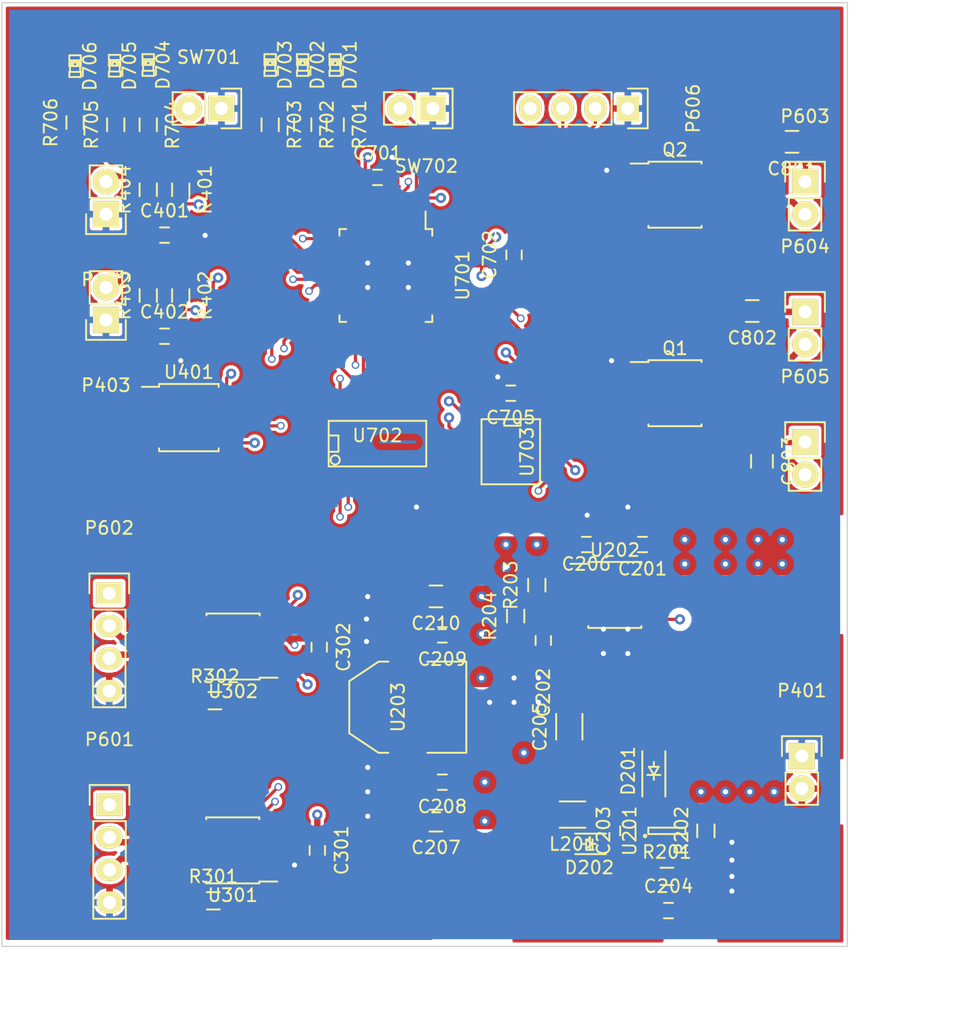
<source format=kicad_pcb>
(kicad_pcb (version 4) (host pcbnew "(2015-07-02 BZR 5871)-product")
  (layers (0 F.Cu signal) (1 In1.Cu signal) (2 In2.Cu signal) (31 B.Cu signal) (34 B.Paste user) (35 F.Paste user) (36 B.SilkS user) (37 F.SilkS user) (38 B.Mask user) (39 F.Mask user) (44 Edge.Cuts user))
  (net 0 "")
  (net 1 +15V)
  (net 2 GND)
  (net 3 /Power/12V0_SS)
  (net 4 /Power/5V0_BOOST)
  (net 5 /Power/5V0_L)
  (net 6 +5V)
  (net 7 /Power/5V0_FB)
  (net 8 +12V)
  (net 9 "/Input Connectors/KEYSKWITCH_RC")
  (net 10 "/Input Connectors/CHARGESWITCH_RC")
  (net 11 "Net-(D701-Pad2)")
  (net 12 "Net-(D702-Pad2)")
  (net 13 "Net-(D703-Pad2)")
  (net 14 "Net-(D704-Pad2)")
  (net 15 "Net-(D705-Pad2)")
  (net 16 /microController/CAN_OSC2)
  (net 17 "/Input Connectors/KEYSWITCH_R")
  (net 18 "/Input Connectors/CHARGESWITCH_R")
  (net 19 "/Can transceiver/CAN1_H_I")
  (net 20 "/Can transceiver/CAN1_L_I")
  (net 21 "/Can transceiver/CAN2_H_I")
  (net 22 "/Can transceiver/CAN2_L_I")
  (net 23 /microController/MCU_RXD)
  (net 24 /microController/MCU_TXD)
  (net 25 /Power/12V0_FB)
  (net 26 "/Can transceiver/CAN1_RS")
  (net 27 "/Can transceiver/CAN2_RS")
  (net 28 /microController/CLKOUT)
  (net 29 /microController/MCU_RESET)
  (net 30 /Power/EN12V0)
  (net 31 "/Can transceiver/CAN1_TX")
  (net 32 "/Can transceiver/CAN1_RX")
  (net 33 "/Can transceiver/CAN2_TX")
  (net 34 "/Can transceiver/CAN2_RX")
  (net 35 /microController/KEYSWITCH_IN)
  (net 36 /microController/CHARGESWITCH_IN)
  (net 37 /microController/CAN1_INT)
  (net 38 /microController/CAN1_SSEL)
  (net 39 /microController/CAN1_MISO)
  (net 40 /microController/CAN1_MOSI)
  (net 41 /microController/CAN1_SCK)
  (net 42 "/Contactor Driver/CON+_LOW")
  (net 43 "/Contactor Driver/CON-_LOW")
  (net 44 "/Contactor Driver/CONPRE_LOW")
  (net 45 "/Contactor Driver/CON-")
  (net 46 "/Contactor Driver/CONPRE")
  (net 47 "/Contactor Driver/CON+")
  (net 48 /outputConnectors/14V0_BRUSA)
  (net 49 "Net-(U202-Pad7)")
  (net 50 "Net-(U301-Pad5)")
  (net 51 "Net-(U302-Pad5)")
  (net 52 "Net-(U701-Pad6)")
  (net 53 "Net-(U701-Pad7)")
  (net 54 "Net-(U701-Pad9)")
  (net 55 "Net-(U701-Pad21)")
  (net 56 "Net-(U701-Pad24)")
  (net 57 "Net-(U701-Pad29)")
  (net 58 "Net-(U701-Pad30)")
  (net 59 "Net-(U701-Pad32)")
  (net 60 "Net-(U701-Pad33)")
  (net 61 "Net-(U701-Pad34)")
  (net 62 "Net-(U701-Pad35)")
  (net 63 "Net-(U701-Pad42)")
  (net 64 "Net-(U702-Pad3)")
  (net 65 "Net-(U702-Pad4)")
  (net 66 "Net-(U702-Pad5)")
  (net 67 "Net-(U702-Pad6)")
  (net 68 "Net-(U702-Pad7)")
  (net 69 "Net-(U702-Pad11)")
  (net 70 "Net-(U702-Pad12)")
  (net 71 "Net-(U702-Pad15)")
  (net 72 "Net-(U701-Pad1)")
  (net 73 /microController/PROM_SSEL)
  (net 74 /microController/PROM_SCK)
  (net 75 /microController/PROM_MISO)
  (net 76 /microController/PROM_MOSI)
  (net 77 "Net-(U701-Pad10)")
  (net 78 +3V3)
  (net 79 /microController/IO_LED0)
  (net 80 /microController/IO_LED1)
  (net 81 /microController/IO_LED2)
  (net 82 /microController/IO_LED3)
  (net 83 /microController/IO_LED4)
  (net 84 /microController/IO_LED5)
  (net 85 "Net-(U701-Pad43)")
  (net 86 "Net-(U701-Pad48)")
  (net 87 "Net-(D706-Pad2)")
  (module Pin_Headers:Pin_Header_Straight_1x02 (layer F.Cu) (at 127 48.006 270)
    (fp_text reference SW702 (at 4.5 0.5 360) (layer F.SilkS))
    (fp_text value RESET)
    (pad 1 thru_hole rect (at 0 0 270) (size 2.032 2.032) (drill 1.016) (layers *.Cu *.Mask F.SilkS) (net 2 GND))
    (pad 2 thru_hole oval (at 0 2.54 270) (size 2.032 2.032) (drill 1.016) (layers *.Cu *.Mask F.SilkS) (net 29 /microController/MCU_RESET))
  )
  (module Pin_Headers:Pin_Header_Straight_1x04 (layer F.Cu) (at 142.24 48.006 270)
    (fp_text reference P606 (at 0 -5.1 270) (layer F.SilkS))
    (fp_text value UART)
    (pad 1 thru_hole rect (at 0 0 270) (size 2.032 1.7272) (drill 1.016) (layers *.Cu *.Mask F.SilkS) (net 2 GND))
    (pad 2 thru_hole oval (at 0 2.54 270) (size 2.032 1.7272) (drill 1.016) (layers *.Cu *.Mask F.SilkS) (net 23 /microController/MCU_RXD))
    (pad 3 thru_hole oval (at 0 5.08 270) (size 2.032 1.7272) (drill 1.016) (layers *.Cu *.Mask F.SilkS) (net 24 /microController/MCU_TXD))
    (pad 4 thru_hole oval (at 0 7.62 270) (size 2.032 1.7272) (drill 1.016) (layers *.Cu *.Mask F.SilkS) (net 6 +5V))
  )
  (module Pin_Headers:Pin_Header_Straight_1x02 (layer F.Cu) (at 110.49 48.006 270)
    (fp_text reference SW701 (at -4 1 360) (layer F.SilkS))
    (fp_text value ISP)
    (pad 1 thru_hole rect (at 0 0 270) (size 2.032 2.032) (drill 1.016) (layers *.Cu *.Mask F.SilkS) (net 2 GND))
    (pad 2 thru_hole oval (at 0 2.54 270) (size 2.032 2.032) (drill 1.016) (layers *.Cu *.Mask F.SilkS) (net 28 /microController/CLKOUT))
  )
  (module Capacitors_SMD:C_0603_HandSoldering (layer F.Cu) (at 143.383 82.042 180)
    (fp_text reference C201 (at 0 -1.9 180) (layer F.SilkS))
    (fp_text value 1uF)
    (pad 1 smd rect (at -0.95 0 180) (size 1.2 0.75) (layers F.Cu F.Paste F.Mask) (net 1 +15V))
    (pad 2 smd rect (at 0.95 0 180) (size 1.2 0.75) (layers F.Cu F.Paste F.Mask) (net 2 GND))
  )
  (module Capacitors_SMD:C_0603_HandSoldering (layer F.Cu) (at 135.636 89.535 270)
    (fp_text reference C202 (at 4.064 0 270) (layer F.SilkS))
    (fp_text value 10nF)
    (pad 1 smd rect (at -0.95 0 270) (size 1.2 0.75) (layers F.Cu F.Paste F.Mask) (net 3 /Power/12V0_SS))
    (pad 2 smd rect (at 0.95 0 270) (size 1.2 0.75) (layers F.Cu F.Paste F.Mask) (net 2 GND))
  )
  (module Capacitors_SMD:C_0603_HandSoldering (layer F.Cu) (at 142.24 104.394 90)
    (fp_text reference C203 (at 0 -1.9 90) (layer F.SilkS))
    (fp_text value 0.22pF)
    (pad 1 smd rect (at -0.95 0 90) (size 1.2 0.75) (layers F.Cu F.Paste F.Mask) (net 4 /Power/5V0_BOOST))
    (pad 2 smd rect (at 0.95 0 90) (size 1.2 0.75) (layers F.Cu F.Paste F.Mask) (net 5 /Power/5V0_L))
  )
  (module Capacitors_SMD:C_1206_HandSoldering (layer F.Cu) (at 137.668 96.266 90)
    (fp_text reference C205 (at 0 -2.3 90) (layer F.SilkS))
    (fp_text value 100uF)
    (pad 1 smd rect (at -2 0 90) (size 2 1.6) (layers F.Cu F.Paste F.Mask) (net 6 +5V))
    (pad 2 smd rect (at 2 0 90) (size 2 1.6) (layers F.Cu F.Paste F.Mask) (net 2 GND))
  )
  (module Capacitors_SMD:C_0603_HandSoldering (layer F.Cu) (at 138.999 82.042)
    (fp_text reference C206 (at 0 1.524) (layer F.SilkS))
    (fp_text value 1uF)
    (pad 1 smd rect (at -0.95 0) (size 1.2 0.75) (layers F.Cu F.Paste F.Mask) (net 8 +12V))
    (pad 2 smd rect (at 0.95 0) (size 1.2 0.75) (layers F.Cu F.Paste F.Mask) (net 2 GND))
  )
  (module Capacitors_SMD:C_0805_HandSoldering (layer F.Cu) (at 127.249 103.594 180)
    (fp_text reference C207 (at 0 -2.1 180) (layer F.SilkS))
    (fp_text value 10u)
    (pad 1 smd rect (at -1.25 0 180) (size 1.5 1.25) (layers F.Cu F.Paste F.Mask) (net 6 +5V))
    (pad 2 smd rect (at 1.25 0 180) (size 1.5 1.25) (layers F.Cu F.Paste F.Mask) (net 2 GND))
  )
  (module Capacitors_SMD:C_0603_HandSoldering (layer F.Cu) (at 127.749 100.594 180)
    (fp_text reference C208 (at 0 -1.9 180) (layer F.SilkS))
    (fp_text value 100n)
    (pad 1 smd rect (at -0.95 0 180) (size 1.2 0.75) (layers F.Cu F.Paste F.Mask) (net 6 +5V))
    (pad 2 smd rect (at 0.95 0 180) (size 1.2 0.75) (layers F.Cu F.Paste F.Mask) (net 2 GND))
  )
  (module Capacitors_SMD:C_0603_HandSoldering (layer F.Cu) (at 127.749 89.094 180)
    (fp_text reference C209 (at 0 -1.9 180) (layer F.SilkS))
    (fp_text value 100n)
    (pad 1 smd rect (at -0.95 0 180) (size 1.2 0.75) (layers F.Cu F.Paste F.Mask) (net 78 +3V3))
    (pad 2 smd rect (at 0.95 0 180) (size 1.2 0.75) (layers F.Cu F.Paste F.Mask) (net 2 GND))
  )
  (module Capacitors_SMD:C_0805_HandSoldering (layer F.Cu) (at 127.249 86.094 180)
    (fp_text reference C210 (at 0 -2.1 180) (layer F.SilkS))
    (fp_text value 10u)
    (pad 1 smd rect (at -1.25 0 180) (size 1.5 1.25) (layers F.Cu F.Paste F.Mask) (net 78 +3V3))
    (pad 2 smd rect (at 1.25 0 180) (size 1.5 1.25) (layers F.Cu F.Paste F.Mask) (net 2 GND))
  )
  (module Capacitors_SMD:C_0603_HandSoldering (layer F.Cu) (at 117.983 105.918 270)
    (fp_text reference C301 (at 0 -1.9 270) (layer F.SilkS))
    (fp_text value 0.1uF)
    (pad 1 smd rect (at -0.95 0 270) (size 1.2 0.75) (layers F.Cu F.Paste F.Mask) (net 6 +5V))
    (pad 2 smd rect (at 0.95 0 270) (size 1.2 0.75) (layers F.Cu F.Paste F.Mask) (net 2 GND))
  )
  (module Capacitors_SMD:C_0603_HandSoldering (layer F.Cu) (at 118.131 90.054 270)
    (fp_text reference C302 (at 0 -1.9 270) (layer F.SilkS))
    (fp_text value 0.1uF)
    (pad 1 smd rect (at -0.95 0 270) (size 1.2 0.75) (layers F.Cu F.Paste F.Mask) (net 6 +5V))
    (pad 2 smd rect (at 0.95 0 270) (size 1.2 0.75) (layers F.Cu F.Paste F.Mask) (net 2 GND))
  )
  (module Capacitors_SMD:C_0603_HandSoldering (layer F.Cu) (at 106.045 57.894)
    (fp_text reference C401 (at 0 -1.9) (layer F.SilkS))
    (fp_text value 1uF)
    (pad 1 smd rect (at -0.95 0) (size 1.2 0.75) (layers F.Cu F.Paste F.Mask) (net 9 "/Input Connectors/KEYSKWITCH_RC"))
    (pad 2 smd rect (at 0.95 0) (size 1.2 0.75) (layers F.Cu F.Paste F.Mask) (net 2 GND))
  )
  (module Capacitors_SMD:C_0603_HandSoldering (layer F.Cu) (at 106.045 65.786)
    (fp_text reference C402 (at 0 -1.9) (layer F.SilkS))
    (fp_text value 1uF)
    (pad 1 smd rect (at -0.95 0) (size 1.2 0.75) (layers F.Cu F.Paste F.Mask) (net 10 "/Input Connectors/CHARGESWITCH_RC"))
    (pad 2 smd rect (at 0.95 0) (size 1.2 0.75) (layers F.Cu F.Paste F.Mask) (net 2 GND))
  )
  (module Capacitors_SMD:C_0603_HandSoldering (layer F.Cu) (at 122.683 53.388)
    (fp_text reference C701 (at 0 -1.9) (layer F.SilkS))
    (fp_text value 100n)
    (pad 1 smd rect (at -0.95 0) (size 1.2 0.75) (layers F.Cu F.Paste F.Mask) (net 78 +3V3))
    (pad 2 smd rect (at 0.95 0) (size 1.2 0.75) (layers F.Cu F.Paste F.Mask) (net 2 GND))
  )
  (module Capacitors_SMD:C_0603_HandSoldering (layer F.Cu) (at 133.35 59.436 90)
    (fp_text reference C702 (at 0 -1.9 90) (layer F.SilkS))
    (fp_text value 100n)
    (pad 1 smd rect (at -0.95 0 90) (size 1.2 0.75) (layers F.Cu F.Paste F.Mask) (net 78 +3V3))
    (pad 2 smd rect (at 0.95 0 90) (size 1.2 0.75) (layers F.Cu F.Paste F.Mask) (net 2 GND))
  )
  (module Capacitors_SMD:C_0603_HandSoldering (layer F.Cu) (at 133.096 70.231 180)
    (fp_text reference C705 (at 0 -1.9 180) (layer F.SilkS))
    (fp_text value 0.1uF)
    (pad 1 smd rect (at -0.95 0 180) (size 1.2 0.75) (layers F.Cu F.Paste F.Mask) (net 78 +3V3))
    (pad 2 smd rect (at 0.95 0 180) (size 1.2 0.75) (layers F.Cu F.Paste F.Mask) (net 2 GND))
  )
  (module Diodes_SMD:SOD-123 (layer F.Cu) (at 144.272 99.711 90)
    (fp_text reference D201 (at 0 -2 90) (layer F.SilkS))
    (fp_text value MBR0540)
    (pad 1 smd rect (at -1.635 0 90) (size 0.91 1.22) (layers F.Cu F.Paste F.Mask) (net 5 /Power/5V0_L))
    (pad 2 smd rect (at 1.635 0 90) (size 0.91 1.22) (layers F.Cu F.Paste F.Mask) (net 2 GND))
  )
  (module Diodes_SMD:SOD-323 (layer F.Cu) (at 139.231 105.41 180)
    (fp_text reference D202 (at 0 -1.85 180) (layer F.SilkS))
    (fp_text value CMDSH-3)
    (pad 1 smd rect (at -1.055 0 180) (size 0.59 0.45) (layers F.Cu F.Paste F.Mask) (net 4 /Power/5V0_BOOST))
    (pad 2 smd rect (at 1.055 0 180) (size 0.59 0.45) (layers F.Cu F.Paste F.Mask) (net 6 +5V))
  )
  (module LEDs:LED-0603 (layer F.Cu) (at 119.38 44.614502 270)
    (fp_text reference D701 (at 0 -1.15 270) (layer F.SilkS))
    (fp_text value RED)
    (pad 2 smd rect (at 0.7493 0 90) (size 0.79756 0.79756) (layers F.Cu F.Paste F.Mask) (net 11 "Net-(D701-Pad2)"))
    (pad 1 smd rect (at -0.7493 0 90) (size 0.79756 0.79756) (layers F.Cu F.Paste F.Mask) (net 2 GND))
  )
  (module LEDs:LED-0603 (layer F.Cu) (at 116.84 44.614502 270)
    (fp_text reference D702 (at 0 -1.15 270) (layer F.SilkS))
    (fp_text value RED)
    (pad 2 smd rect (at 0.7493 0 90) (size 0.79756 0.79756) (layers F.Cu F.Paste F.Mask) (net 12 "Net-(D702-Pad2)"))
    (pad 1 smd rect (at -0.7493 0 90) (size 0.79756 0.79756) (layers F.Cu F.Paste F.Mask) (net 2 GND))
  )
  (module LEDs:LED-0603 (layer F.Cu) (at 114.3 44.614502 270)
    (fp_text reference D703 (at 0 -1.15 270) (layer F.SilkS))
    (fp_text value RED)
    (pad 2 smd rect (at 0.7493 0 90) (size 0.79756 0.79756) (layers F.Cu F.Paste F.Mask) (net 13 "Net-(D703-Pad2)"))
    (pad 1 smd rect (at -0.7493 0 90) (size 0.79756 0.79756) (layers F.Cu F.Paste F.Mask) (net 2 GND))
  )
  (module LEDs:LED-0603 (layer F.Cu) (at 104.775 44.614502 270)
    (fp_text reference D704 (at 0 -1.15 270) (layer F.SilkS))
    (fp_text value RED)
    (pad 2 smd rect (at 0.7493 0 90) (size 0.79756 0.79756) (layers F.Cu F.Paste F.Mask) (net 14 "Net-(D704-Pad2)"))
    (pad 1 smd rect (at -0.7493 0 90) (size 0.79756 0.79756) (layers F.Cu F.Paste F.Mask) (net 2 GND))
  )
  (module LEDs:LED-0603 (layer F.Cu) (at 102.15071 44.674502 270)
    (fp_text reference D705 (at 0 -1.15 270) (layer F.SilkS))
    (fp_text value RED)
    (pad 2 smd rect (at 0.7493 0 90) (size 0.79756 0.79756) (layers F.Cu F.Paste F.Mask) (net 15 "Net-(D705-Pad2)"))
    (pad 1 smd rect (at -0.7493 0 90) (size 0.79756 0.79756) (layers F.Cu F.Paste F.Mask) (net 2 GND))
  )
  (module Capacitors_SMD:C_1206_HandSoldering (layer F.Cu) (at 137.922 103.124 180)
    (fp_text reference L201 (at 0 -2.3 180) (layer F.SilkS))
    (fp_text value 47uH)
    (pad 1 smd rect (at -2 0 180) (size 2 1.6) (layers F.Cu F.Paste F.Mask) (net 5 /Power/5V0_L))
    (pad 2 smd rect (at 2 0 180) (size 2 1.6) (layers F.Cu F.Paste F.Mask) (net 6 +5V))
  )
  (module Pin_Headers:Pin_Header_Straight_1x02 (layer F.Cu) (at 155.829 98.552)
    (fp_text reference P401 (at 0 -5.1) (layer F.SilkS))
    (fp_text value POWERCON)
    (pad 1 thru_hole rect (at 0 0) (size 2.032 2.032) (drill 1.016) (layers *.Cu *.Mask F.SilkS) (net 2 GND))
    (pad 2 thru_hole oval (at 0 2.54) (size 2.032 2.032) (drill 1.016) (layers *.Cu *.Mask F.SilkS) (net 1 +15V))
  )
  (module Pin_Headers:Pin_Header_Straight_1x02 (layer F.Cu) (at 101.473 56.261 180)
    (fp_text reference P402 (at 0 -5.1 180) (layer F.SilkS))
    (fp_text value KEYSWITCH)
    (pad 1 thru_hole rect (at 0 0 180) (size 2.032 2.032) (drill 1.016) (layers *.Cu *.Mask F.SilkS) (net 2 GND))
    (pad 2 thru_hole oval (at 0 2.54 180) (size 2.032 2.032) (drill 1.016) (layers *.Cu *.Mask F.SilkS) (net 17 "/Input Connectors/KEYSWITCH_R"))
  )
  (module Pin_Headers:Pin_Header_Straight_1x02 (layer F.Cu) (at 101.473 64.516 180)
    (fp_text reference P403 (at 0 -5.1 180) (layer F.SilkS))
    (fp_text value CHARGESW)
    (pad 1 thru_hole rect (at 0 0 180) (size 2.032 2.032) (drill 1.016) (layers *.Cu *.Mask F.SilkS) (net 2 GND))
    (pad 2 thru_hole oval (at 0 2.54 180) (size 2.032 2.032) (drill 1.016) (layers *.Cu *.Mask F.SilkS) (net 18 "/Input Connectors/CHARGESWITCH_R"))
  )
  (module Pin_Headers:Pin_Header_Straight_1x04 (layer F.Cu) (at 101.751 102.362)
    (fp_text reference P601 (at 0 -5.1) (layer F.SilkS))
    (fp_text value BRUSA_CANCON)
    (pad 1 thru_hole rect (at 0 0) (size 2.032 1.7272) (drill 1.016) (layers *.Cu *.Mask F.SilkS) (net 48 /outputConnectors/14V0_BRUSA))
    (pad 2 thru_hole oval (at 0 2.54) (size 2.032 1.7272) (drill 1.016) (layers *.Cu *.Mask F.SilkS) (net 19 "/Can transceiver/CAN1_H_I"))
    (pad 3 thru_hole oval (at 0 5.08) (size 2.032 1.7272) (drill 1.016) (layers *.Cu *.Mask F.SilkS) (net 20 "/Can transceiver/CAN1_L_I"))
    (pad 4 thru_hole oval (at 0 7.62) (size 2.032 1.7272) (drill 1.016) (layers *.Cu *.Mask F.SilkS) (net 2 GND))
  )
  (module Pin_Headers:Pin_Header_Straight_1x04 (layer F.Cu) (at 101.727 85.852)
    (fp_text reference P602 (at 0 -5.1) (layer F.SilkS))
    (fp_text value A123_CANCON)
    (pad 1 thru_hole rect (at 0 0) (size 2.032 1.7272) (drill 1.016) (layers *.Cu *.Mask F.SilkS) (net 8 +12V))
    (pad 2 thru_hole oval (at 0 2.54) (size 2.032 1.7272) (drill 1.016) (layers *.Cu *.Mask F.SilkS) (net 21 "/Can transceiver/CAN2_H_I"))
    (pad 3 thru_hole oval (at 0 5.08) (size 2.032 1.7272) (drill 1.016) (layers *.Cu *.Mask F.SilkS) (net 22 "/Can transceiver/CAN2_L_I"))
    (pad 4 thru_hole oval (at 0 7.62) (size 2.032 1.7272) (drill 1.016) (layers *.Cu *.Mask F.SilkS) (net 2 GND))
  )
  (module Pin_Headers:Pin_Header_Straight_1x02 (layer F.Cu) (at 156.083 53.721)
    (fp_text reference P603 (at 0 -5.1) (layer F.SilkS))
    (fp_text value CON+)
    (pad 1 thru_hole rect (at 0 0) (size 2.032 2.032) (drill 1.016) (layers *.Cu *.Mask F.SilkS) (net 1 +15V))
    (pad 2 thru_hole oval (at 0 2.54) (size 2.032 2.032) (drill 1.016) (layers *.Cu *.Mask F.SilkS) (net 42 "/Contactor Driver/CON+_LOW"))
  )
  (module Pin_Headers:Pin_Header_Straight_1x02 (layer F.Cu) (at 156.083 63.881)
    (fp_text reference P604 (at 0 -5.1) (layer F.SilkS))
    (fp_text value CON-)
    (pad 1 thru_hole rect (at 0 0) (size 2.032 2.032) (drill 1.016) (layers *.Cu *.Mask F.SilkS) (net 1 +15V))
    (pad 2 thru_hole oval (at 0 2.54) (size 2.032 2.032) (drill 1.016) (layers *.Cu *.Mask F.SilkS) (net 43 "/Contactor Driver/CON-_LOW"))
  )
  (module Pin_Headers:Pin_Header_Straight_1x02 (layer F.Cu) (at 156.083 74.041)
    (fp_text reference P605 (at 0 -5.1) (layer F.SilkS))
    (fp_text value CONPRE)
    (pad 1 thru_hole rect (at 0 0) (size 2.032 2.032) (drill 1.016) (layers *.Cu *.Mask F.SilkS) (net 1 +15V))
    (pad 2 thru_hole oval (at 0 2.54) (size 2.032 2.032) (drill 1.016) (layers *.Cu *.Mask F.SilkS) (net 44 "/Contactor Driver/CONPRE_LOW"))
  )
  (module Resistors_SMD:R_0603_HandSoldering (layer F.Cu) (at 145.288 107.95)
    (fp_text reference R201 (at 0 -1.9) (layer F.SilkS))
    (fp_text value 1M)
    (pad 1 smd rect (at -1.1 0) (size 1.2 0.9) (layers F.Cu F.Paste F.Mask) (net 6 +5V))
    (pad 2 smd rect (at 1.1 0) (size 1.2 0.9) (layers F.Cu F.Paste F.Mask) (net 7 /Power/5V0_FB))
  )
  (module Resistors_SMD:R_0603_HandSoldering (layer F.Cu) (at 148.336 104.394 90)
    (fp_text reference R202 (at 0 -1.9 90) (layer F.SilkS))
    (fp_text value 604K)
    (pad 1 smd rect (at -1.1 0 90) (size 1.2 0.9) (layers F.Cu F.Paste F.Mask) (net 7 /Power/5V0_FB))
    (pad 2 smd rect (at 1.1 0 90) (size 1.2 0.9) (layers F.Cu F.Paste F.Mask) (net 2 GND))
  )
  (module Resistors_SMD:R_0603_HandSoldering (layer F.Cu) (at 135.128 85.217 270)
    (fp_text reference R203 (at 0 2.032 270) (layer F.SilkS))
    (fp_text value 88.7k)
    (pad 1 smd rect (at -1.1 0 270) (size 1.2 0.9) (layers F.Cu F.Paste F.Mask) (net 8 +12V))
    (pad 2 smd rect (at 1.1 0 270) (size 1.2 0.9) (layers F.Cu F.Paste F.Mask) (net 25 /Power/12V0_FB))
  )
  (module Resistors_SMD:R_0603_HandSoldering (layer F.Cu) (at 133.477 87.63 270)
    (fp_text reference R204 (at 0 2.032 270) (layer F.SilkS))
    (fp_text value 10k)
    (pad 1 smd rect (at -1.1 0 270) (size 1.2 0.9) (layers F.Cu F.Paste F.Mask) (net 25 /Power/12V0_FB))
    (pad 2 smd rect (at 1.1 0 270) (size 1.2 0.9) (layers F.Cu F.Paste F.Mask) (net 2 GND))
  )
  (module Resistors_SMD:R_0603_HandSoldering (layer F.Cu) (at 109.855 109.855)
    (fp_text reference R301 (at 0 -1.9) (layer F.SilkS))
    (fp_text value 33k)
    (pad 1 smd rect (at -1.1 0) (size 1.2 0.9) (layers F.Cu F.Paste F.Mask) (net 26 "/Can transceiver/CAN1_RS"))
    (pad 2 smd rect (at 1.1 0) (size 1.2 0.9) (layers F.Cu F.Paste F.Mask) (net 2 GND))
  )
  (module Resistors_SMD:R_0603_HandSoldering (layer F.Cu) (at 109.982 94.234)
    (fp_text reference R302 (at 0 -1.9) (layer F.SilkS))
    (fp_text value 33k)
    (pad 1 smd rect (at -1.1 0) (size 1.2 0.9) (layers F.Cu F.Paste F.Mask) (net 27 "/Can transceiver/CAN2_RS"))
    (pad 2 smd rect (at 1.1 0) (size 1.2 0.9) (layers F.Cu F.Paste F.Mask) (net 2 GND))
  )
  (module Resistors_SMD:R_0603_HandSoldering (layer F.Cu) (at 107.315 54.356 270)
    (fp_text reference R401 (at 0 -1.9 270) (layer F.SilkS))
    (fp_text value 20k)
    (pad 1 smd rect (at -1.1 0 270) (size 1.2 0.9) (layers F.Cu F.Paste F.Mask) (net 17 "/Input Connectors/KEYSWITCH_R"))
    (pad 2 smd rect (at 1.1 0 270) (size 1.2 0.9) (layers F.Cu F.Paste F.Mask) (net 78 +3V3))
  )
  (module Resistors_SMD:R_0603_HandSoldering (layer F.Cu) (at 107.315 62.611 270)
    (fp_text reference R402 (at 0 -1.9 270) (layer F.SilkS))
    (fp_text value 20k)
    (pad 1 smd rect (at -1.1 0 270) (size 1.2 0.9) (layers F.Cu F.Paste F.Mask) (net 18 "/Input Connectors/CHARGESWITCH_R"))
    (pad 2 smd rect (at 1.1 0 270) (size 1.2 0.9) (layers F.Cu F.Paste F.Mask) (net 78 +3V3))
  )
  (module Resistors_SMD:R_0603_HandSoldering (layer F.Cu) (at 104.775 62.611 90)
    (fp_text reference R403 (at 0 -1.9 90) (layer F.SilkS))
    (fp_text value 20k)
    (pad 1 smd rect (at -1.1 0 90) (size 1.2 0.9) (layers F.Cu F.Paste F.Mask) (net 10 "/Input Connectors/CHARGESWITCH_RC"))
    (pad 2 smd rect (at 1.1 0 90) (size 1.2 0.9) (layers F.Cu F.Paste F.Mask) (net 18 "/Input Connectors/CHARGESWITCH_R"))
  )
  (module Resistors_SMD:R_0603_HandSoldering (layer F.Cu) (at 104.775 54.356 90)
    (fp_text reference R404 (at 0 -1.9 90) (layer F.SilkS))
    (fp_text value 20k)
    (pad 1 smd rect (at -1.1 0 90) (size 1.2 0.9) (layers F.Cu F.Paste F.Mask) (net 9 "/Input Connectors/KEYSKWITCH_RC"))
    (pad 2 smd rect (at 1.1 0 90) (size 1.2 0.9) (layers F.Cu F.Paste F.Mask) (net 17 "/Input Connectors/KEYSWITCH_R"))
  )
  (module Resistors_SMD:R_0603_HandSoldering (layer F.Cu) (at 119.38 49.276 270)
    (fp_text reference R701 (at 0 -1.9 270) (layer F.SilkS))
    (fp_text value 1k)
    (pad 1 smd rect (at -1.1 0 270) (size 1.2 0.9) (layers F.Cu F.Paste F.Mask) (net 11 "Net-(D701-Pad2)"))
    (pad 2 smd rect (at 1.1 0 270) (size 1.2 0.9) (layers F.Cu F.Paste F.Mask) (net 79 /microController/IO_LED0))
  )
  (module Resistors_SMD:R_0603_HandSoldering (layer F.Cu) (at 116.84 49.276 270)
    (fp_text reference R702 (at 0 -1.9 270) (layer F.SilkS))
    (fp_text value 1k)
    (pad 1 smd rect (at -1.1 0 270) (size 1.2 0.9) (layers F.Cu F.Paste F.Mask) (net 12 "Net-(D702-Pad2)"))
    (pad 2 smd rect (at 1.1 0 270) (size 1.2 0.9) (layers F.Cu F.Paste F.Mask) (net 80 /microController/IO_LED1))
  )
  (module Resistors_SMD:R_0603_HandSoldering (layer F.Cu) (at 114.3 49.276 270)
    (fp_text reference R703 (at 0 -1.9 270) (layer F.SilkS))
    (fp_text value 1k)
    (pad 1 smd rect (at -1.1 0 270) (size 1.2 0.9) (layers F.Cu F.Paste F.Mask) (net 13 "Net-(D703-Pad2)"))
    (pad 2 smd rect (at 1.1 0 270) (size 1.2 0.9) (layers F.Cu F.Paste F.Mask) (net 81 /microController/IO_LED2))
  )
  (module Resistors_SMD:R_0603_HandSoldering (layer F.Cu) (at 104.775 49.276 270)
    (fp_text reference R704 (at 0 -1.9 270) (layer F.SilkS))
    (fp_text value 1k)
    (pad 1 smd rect (at -1.1 0 270) (size 1.2 0.9) (layers F.Cu F.Paste F.Mask) (net 14 "Net-(D704-Pad2)"))
    (pad 2 smd rect (at 1.1 0 270) (size 1.2 0.9) (layers F.Cu F.Paste F.Mask) (net 82 /microController/IO_LED3))
  )
  (module Resistors_SMD:R_0603_HandSoldering (layer F.Cu) (at 102.235 49.276 90)
    (fp_text reference R705 (at 0 -1.9 90) (layer F.SilkS))
    (fp_text value 1k)
    (pad 1 smd rect (at -1.1 0 90) (size 1.2 0.9) (layers F.Cu F.Paste F.Mask) (net 83 /microController/IO_LED4))
    (pad 2 smd rect (at 1.1 0 90) (size 1.2 0.9) (layers F.Cu F.Paste F.Mask) (net 15 "Net-(D705-Pad2)"))
  )
  (module Housings_SOT-23_SOT-143_TSOT-6:SOT-23-6 (layer F.Cu) (at 145.288 104.394 90)
    (fp_text reference U201 (at 0 -2.9 90) (layer F.SilkS))
    (fp_text value LT1934)
    (pad 1 smd rect (at -1.1 -0.95 90) (size 1.06 0.65) (layers F.Cu F.Paste F.Mask) (net 4 /Power/5V0_BOOST))
    (pad 2 smd rect (at -1.1 0 90) (size 1.06 0.65) (layers F.Cu F.Paste F.Mask) (net 2 GND))
    (pad 3 smd rect (at -1.1 0.95 90) (size 1.06 0.65) (layers F.Cu F.Paste F.Mask) (net 7 /Power/5V0_FB))
    (pad 4 smd rect (at 1.1 0.95 90) (size 1.06 0.65) (layers F.Cu F.Paste F.Mask) (net 2 GND))
    (pad 6 smd rect (at 1.1 -0.95 90) (size 1.06 0.65) (layers F.Cu F.Paste F.Mask) (net 5 /Power/5V0_L))
    (pad 5 smd rect (at 1.1 0 90) (size 1.06 0.65) (layers F.Cu F.Paste F.Mask) (net 1 +15V))
  )
  (module Housings_SOIC:SOIC-8-1EP_3.9x4.9mm_Pitch1.27mm (layer F.Cu) (at 141.224 85.979)
    (fp_text reference U202 (at 0 -3.5) (layer F.SilkS))
    (fp_text value ADP7105)
    (pad 1 smd rect (at -2.7 -1.905) (size 1.55 0.6) (layers F.Cu F.Paste F.Mask) (net 8 +12V))
    (pad 2 smd rect (at -2.7 -0.635) (size 1.55 0.6) (layers F.Cu F.Paste F.Mask) (net 25 /Power/12V0_FB))
    (pad 3 smd rect (at -2.7 0.635) (size 1.55 0.6) (layers F.Cu F.Paste F.Mask) (net 2 GND))
    (pad 4 smd rect (at -2.7 1.905) (size 1.55 0.6) (layers F.Cu F.Paste F.Mask) (net 3 /Power/12V0_SS))
    (pad 5 smd rect (at 2.7 1.905) (size 1.55 0.6) (layers F.Cu F.Paste F.Mask) (net 30 /Power/EN12V0))
    (pad 6 smd rect (at 2.7 0.635) (size 1.55 0.6) (layers F.Cu F.Paste F.Mask) (net 2 GND))
    (pad 7 smd rect (at 2.7 -0.635) (size 1.55 0.6) (layers F.Cu F.Paste F.Mask) (net 49 "Net-(U202-Pad7)"))
    (pad 8 smd rect (at 2.7 -1.905) (size 1.55 0.6) (layers F.Cu F.Paste F.Mask) (net 1 +15V))
    (pad 9 smd rect (at 0.5875 0.5875) (size 1.175 1.175) (layers F.Cu F.Paste F.Mask) (net 2 GND))
    (pad 9 smd rect (at 0.5875 -0.5875) (size 1.175 1.175) (layers F.Cu F.Paste F.Mask) (net 2 GND))
    (pad 9 smd rect (at -0.5875 0.5875) (size 1.175 1.175) (layers F.Cu F.Paste F.Mask) (net 2 GND))
    (pad 9 smd rect (at -0.5875 -0.5875) (size 1.175 1.175) (layers F.Cu F.Paste F.Mask) (net 2 GND))
  )
  (module SMD_Packages:SOT-223 (layer F.Cu) (at 125.051 94.742 90)
    (fp_text reference U203 (at 0 -0.762 90) (layer F.SilkS))
    (fp_text value SPX2920M3-3.3)
    (pad 4 smd rect (at 0 -3.302 90) (size 3.6576 2.032) (layers F.Cu F.Paste F.Mask) (net 2 GND))
    (pad 2 smd rect (at 0 3.302 90) (size 1.016 2.032) (layers F.Cu F.Paste F.Mask) (net 2 GND))
    (pad 3 smd rect (at 2.286 3.302 90) (size 1.016 2.032) (layers F.Cu F.Paste F.Mask) (net 78 +3V3))
    (pad 1 smd rect (at -2.286 3.302 90) (size 1.016 2.032) (layers F.Cu F.Paste F.Mask) (net 6 +5V))
  )
  (module Housings_SOIC:SOIC-8_3.9x4.9mm_Pitch1.27mm (layer F.Cu) (at 111.379 105.918 180)
    (fp_text reference U301 (at 0 -3.5 180) (layer F.SilkS))
    (fp_text value MCP2551-I/SN)
    (pad 1 smd rect (at -2.7 -1.905 180) (size 1.55 0.6) (layers F.Cu F.Paste F.Mask) (net 31 "/Can transceiver/CAN1_TX"))
    (pad 2 smd rect (at -2.7 -0.635 180) (size 1.55 0.6) (layers F.Cu F.Paste F.Mask) (net 2 GND))
    (pad 3 smd rect (at -2.7 0.635 180) (size 1.55 0.6) (layers F.Cu F.Paste F.Mask) (net 6 +5V))
    (pad 4 smd rect (at -2.7 1.905 180) (size 1.55 0.6) (layers F.Cu F.Paste F.Mask) (net 32 "/Can transceiver/CAN1_RX"))
    (pad 5 smd rect (at 2.7 1.905 180) (size 1.55 0.6) (layers F.Cu F.Paste F.Mask) (net 50 "Net-(U301-Pad5)"))
    (pad 6 smd rect (at 2.7 0.635 180) (size 1.55 0.6) (layers F.Cu F.Paste F.Mask) (net 19 "/Can transceiver/CAN1_H_I"))
    (pad 7 smd rect (at 2.7 -0.635 180) (size 1.55 0.6) (layers F.Cu F.Paste F.Mask) (net 20 "/Can transceiver/CAN1_L_I"))
    (pad 8 smd rect (at 2.7 -1.905 180) (size 1.55 0.6) (layers F.Cu F.Paste F.Mask) (net 26 "/Can transceiver/CAN1_RS"))
  )
  (module Housings_SOIC:SOIC-8_3.9x4.9mm_Pitch1.27mm (layer F.Cu) (at 111.403 90.006 180)
    (fp_text reference U302 (at 0 -3.5 180) (layer F.SilkS))
    (fp_text value MCP2551-I/SN)
    (pad 1 smd rect (at -2.7 -1.905 180) (size 1.55 0.6) (layers F.Cu F.Paste F.Mask) (net 33 "/Can transceiver/CAN2_TX"))
    (pad 2 smd rect (at -2.7 -0.635 180) (size 1.55 0.6) (layers F.Cu F.Paste F.Mask) (net 2 GND))
    (pad 3 smd rect (at -2.7 0.635 180) (size 1.55 0.6) (layers F.Cu F.Paste F.Mask) (net 6 +5V))
    (pad 4 smd rect (at -2.7 1.905 180) (size 1.55 0.6) (layers F.Cu F.Paste F.Mask) (net 34 "/Can transceiver/CAN2_RX"))
    (pad 5 smd rect (at 2.7 1.905 180) (size 1.55 0.6) (layers F.Cu F.Paste F.Mask) (net 51 "Net-(U302-Pad5)"))
    (pad 6 smd rect (at 2.7 0.635 180) (size 1.55 0.6) (layers F.Cu F.Paste F.Mask) (net 21 "/Can transceiver/CAN2_H_I"))
    (pad 7 smd rect (at 2.7 -0.635 180) (size 1.55 0.6) (layers F.Cu F.Paste F.Mask) (net 22 "/Can transceiver/CAN2_L_I"))
    (pad 8 smd rect (at 2.7 -1.905 180) (size 1.55 0.6) (layers F.Cu F.Paste F.Mask) (net 27 "/Can transceiver/CAN2_RS"))
  )
  (module Housings_SSOP:TSSOP-14_4.4x5mm_Pitch0.65mm (layer F.Cu) (at 107.95 72.136)
    (fp_text reference U401 (at 0 -3.55) (layer F.SilkS))
    (fp_text value 74LS14)
    (pad 1 smd rect (at -2.95 -1.95) (size 1.45 0.45) (layers F.Cu F.Paste F.Mask))
    (pad 2 smd rect (at -2.95 -1.3) (size 1.45 0.45) (layers F.Cu F.Paste F.Mask))
    (pad 3 smd rect (at -2.95 -0.65) (size 1.45 0.45) (layers F.Cu F.Paste F.Mask))
    (pad 4 smd rect (at -2.95 0) (size 1.45 0.45) (layers F.Cu F.Paste F.Mask))
    (pad 5 smd rect (at -2.95 0.65) (size 1.45 0.45) (layers F.Cu F.Paste F.Mask))
    (pad 6 smd rect (at -2.95 1.3) (size 1.45 0.45) (layers F.Cu F.Paste F.Mask))
    (pad 7 smd rect (at -2.95 1.95) (size 1.45 0.45) (layers F.Cu F.Paste F.Mask) (net 2 GND))
    (pad 8 smd rect (at 2.95 1.95) (size 1.45 0.45) (layers F.Cu F.Paste F.Mask) (net 36 /microController/CHARGESWITCH_IN))
    (pad 9 smd rect (at 2.95 1.3) (size 1.45 0.45) (layers F.Cu F.Paste F.Mask) (net 10 "/Input Connectors/CHARGESWITCH_RC"))
    (pad 10 smd rect (at 2.95 0.65) (size 1.45 0.45) (layers F.Cu F.Paste F.Mask) (net 35 /microController/KEYSWITCH_IN))
    (pad 11 smd rect (at 2.95 0) (size 1.45 0.45) (layers F.Cu F.Paste F.Mask) (net 9 "/Input Connectors/KEYSKWITCH_RC"))
    (pad 12 smd rect (at 2.95 -0.65) (size 1.45 0.45) (layers F.Cu F.Paste F.Mask) (net 16 /microController/CAN_OSC2))
    (pad 13 smd rect (at 2.95 -1.3) (size 1.45 0.45) (layers F.Cu F.Paste F.Mask) (net 28 /microController/CLKOUT))
    (pad 14 smd rect (at 2.95 -1.95) (size 1.45 0.45) (layers F.Cu F.Paste F.Mask) (net 78 +3V3))
  )
  (module Housings_QFP:LQFP-48_7x7mm_Pitch0.5mm (layer F.Cu) (at 123.338636 61.042384 270)
    (fp_text reference U701 (at 0 -6 270) (layer F.SilkS))
    (fp_text value LPC11C14)
    (pad 1 smd rect (at -4.35 -2.75 270) (size 1.3 0.25) (layers F.Cu F.Paste F.Mask) (net 72 "Net-(U701-Pad1)"))
    (pad 2 smd rect (at -4.35 -2.25 270) (size 1.3 0.25) (layers F.Cu F.Paste F.Mask) (net 73 /microController/PROM_SSEL))
    (pad 3 smd rect (at -4.35 -1.75 270) (size 1.3 0.25) (layers F.Cu F.Paste F.Mask) (net 29 /microController/MCU_RESET))
    (pad 4 smd rect (at -4.35 -1.25 270) (size 1.3 0.25) (layers F.Cu F.Paste F.Mask) (net 28 /microController/CLKOUT))
    (pad 5 smd rect (at -4.35 -0.75 270) (size 1.3 0.25) (layers F.Cu F.Paste F.Mask) (net 2 GND))
    (pad 6 smd rect (at -4.35 -0.25 270) (size 1.3 0.25) (layers F.Cu F.Paste F.Mask) (net 52 "Net-(U701-Pad6)"))
    (pad 7 smd rect (at -4.35 0.25 270) (size 1.3 0.25) (layers F.Cu F.Paste F.Mask) (net 53 "Net-(U701-Pad7)"))
    (pad 8 smd rect (at -4.35 0.75 270) (size 1.3 0.25) (layers F.Cu F.Paste F.Mask) (net 78 +3V3))
    (pad 9 smd rect (at -4.35 1.25 270) (size 1.3 0.25) (layers F.Cu F.Paste F.Mask) (net 54 "Net-(U701-Pad9)"))
    (pad 10 smd rect (at -4.35 1.75 270) (size 1.3 0.25) (layers F.Cu F.Paste F.Mask) (net 77 "Net-(U701-Pad10)"))
    (pad 11 smd rect (at -4.35 2.25 270) (size 1.3 0.25) (layers F.Cu F.Paste F.Mask) (net 79 /microController/IO_LED0))
    (pad 12 smd rect (at -4.35 2.75 270) (size 1.3 0.25) (layers F.Cu F.Paste F.Mask) (net 80 /microController/IO_LED1))
    (pad 13 smd rect (at -2.75 4.35) (size 1.3 0.25) (layers F.Cu F.Paste F.Mask) (net 74 /microController/PROM_SCK))
    (pad 14 smd rect (at -2.25 4.35) (size 1.3 0.25) (layers F.Cu F.Paste F.Mask) (net 78 +3V3))
    (pad 15 smd rect (at -1.75 4.35) (size 1.3 0.25) (layers F.Cu F.Paste F.Mask) (net 81 /microController/IO_LED2))
    (pad 16 smd rect (at -1.25 4.35) (size 1.3 0.25) (layers F.Cu F.Paste F.Mask) (net 82 /microController/IO_LED3))
    (pad 17 smd rect (at -0.75 4.35) (size 1.3 0.25) (layers F.Cu F.Paste F.Mask) (net 83 /microController/IO_LED4))
    (pad 18 smd rect (at -0.25 4.35) (size 1.3 0.25) (layers F.Cu F.Paste F.Mask) (net 84 /microController/IO_LED5))
    (pad 19 smd rect (at 0.25 4.35) (size 1.3 0.25) (layers F.Cu F.Paste F.Mask) (net 34 "/Can transceiver/CAN2_RX"))
    (pad 20 smd rect (at 0.75 4.35) (size 1.3 0.25) (layers F.Cu F.Paste F.Mask) (net 33 "/Can transceiver/CAN2_TX"))
    (pad 21 smd rect (at 1.25 4.35) (size 1.3 0.25) (layers F.Cu F.Paste F.Mask) (net 55 "Net-(U701-Pad21)"))
    (pad 22 smd rect (at 1.75 4.35) (size 1.3 0.25) (layers F.Cu F.Paste F.Mask) (net 36 /microController/CHARGESWITCH_IN))
    (pad 23 smd rect (at 2.25 4.35) (size 1.3 0.25) (layers F.Cu F.Paste F.Mask) (net 35 /microController/KEYSWITCH_IN))
    (pad 24 smd rect (at 2.75 4.35) (size 1.3 0.25) (layers F.Cu F.Paste F.Mask) (net 56 "Net-(U701-Pad24)"))
    (pad 25 smd rect (at 4.35 2.75 270) (size 1.3 0.25) (layers F.Cu F.Paste F.Mask) (net 38 /microController/CAN1_SSEL))
    (pad 26 smd rect (at 4.35 2.25 270) (size 1.3 0.25) (layers F.Cu F.Paste F.Mask) (net 75 /microController/PROM_MISO))
    (pad 27 smd rect (at 4.35 1.75 270) (size 1.3 0.25) (layers F.Cu F.Paste F.Mask) (net 39 /microController/CAN1_MISO))
    (pad 28 smd rect (at 4.35 1.25 270) (size 1.3 0.25) (layers F.Cu F.Paste F.Mask) (net 40 /microController/CAN1_MOSI))
    (pad 29 smd rect (at 4.35 0.75 270) (size 1.3 0.25) (layers F.Cu F.Paste F.Mask) (net 57 "Net-(U701-Pad29)"))
    (pad 30 smd rect (at 4.35 0.25 270) (size 1.3 0.25) (layers F.Cu F.Paste F.Mask) (net 58 "Net-(U701-Pad30)"))
    (pad 31 smd rect (at 4.35 -0.25 270) (size 1.3 0.25) (layers F.Cu F.Paste F.Mask) (net 41 /microController/CAN1_SCK))
    (pad 32 smd rect (at 4.35 -0.75 270) (size 1.3 0.25) (layers F.Cu F.Paste F.Mask) (net 59 "Net-(U701-Pad32)"))
    (pad 33 smd rect (at 4.35 -1.25 270) (size 1.3 0.25) (layers F.Cu F.Paste F.Mask) (net 60 "Net-(U701-Pad33)"))
    (pad 34 smd rect (at 4.35 -1.75 270) (size 1.3 0.25) (layers F.Cu F.Paste F.Mask) (net 61 "Net-(U701-Pad34)"))
    (pad 35 smd rect (at 4.35 -2.25 270) (size 1.3 0.25) (layers F.Cu F.Paste F.Mask) (net 62 "Net-(U701-Pad35)"))
    (pad 36 smd rect (at 4.35 -2.75 270) (size 1.3 0.25) (layers F.Cu F.Paste F.Mask) (net 37 /microController/CAN1_INT))
    (pad 37 smd rect (at 2.75 -4.35) (size 1.3 0.25) (layers F.Cu F.Paste F.Mask) (net 46 "/Contactor Driver/CONPRE"))
    (pad 38 smd rect (at 2.25 -4.35) (size 1.3 0.25) (layers F.Cu F.Paste F.Mask) (net 76 /microController/PROM_MOSI))
    (pad 39 smd rect (at 1.75 -4.35) (size 1.3 0.25) (layers F.Cu F.Paste F.Mask) (net 45 "/Contactor Driver/CON-"))
    (pad 40 smd rect (at 1.25 -4.35) (size 1.3 0.25) (layers F.Cu F.Paste F.Mask) (net 47 "/Contactor Driver/CON+"))
    (pad 41 smd rect (at 0.75 -4.35) (size 1.3 0.25) (layers F.Cu F.Paste F.Mask) (net 2 GND))
    (pad 42 smd rect (at 0.25 -4.35) (size 1.3 0.25) (layers F.Cu F.Paste F.Mask) (net 63 "Net-(U701-Pad42)"))
    (pad 43 smd rect (at -0.25 -4.35) (size 1.3 0.25) (layers F.Cu F.Paste F.Mask) (net 85 "Net-(U701-Pad43)"))
    (pad 44 smd rect (at -0.75 -4.35) (size 1.3 0.25) (layers F.Cu F.Paste F.Mask) (net 78 +3V3))
    (pad 45 smd rect (at -1.25 -4.35) (size 1.3 0.25) (layers F.Cu F.Paste F.Mask) (net 30 /Power/EN12V0))
    (pad 46 smd rect (at -1.75 -4.35) (size 1.3 0.25) (layers F.Cu F.Paste F.Mask) (net 23 /microController/MCU_RXD))
    (pad 47 smd rect (at -2.25 -4.35) (size 1.3 0.25) (layers F.Cu F.Paste F.Mask) (net 24 /microController/MCU_TXD))
    (pad 48 smd rect (at -2.75 -4.35) (size 1.3 0.25) (layers F.Cu F.Paste F.Mask) (net 86 "Net-(U701-Pad48)"))
  )
  (module SMD_Packages:SSOP-20 (layer F.Cu) (at 122.682 74.168)
    (fp_text reference U702 (at 0 -0.635) (layer F.SilkS))
    (fp_text value MCP2515_TSSOP)
    (pad 1 smd rect (at -2.921 2.667) (size 0.4064 1.27) (layers F.Cu F.Paste F.Mask) (net 31 "/Can transceiver/CAN1_TX"))
    (pad 2 smd rect (at -2.286 2.667) (size 0.4064 1.27) (layers F.Cu F.Paste F.Mask) (net 32 "/Can transceiver/CAN1_RX"))
    (pad 3 smd rect (at -1.6256 2.667) (size 0.4064 1.27) (layers F.Cu F.Paste F.Mask) (net 64 "Net-(U702-Pad3)"))
    (pad 4 smd rect (at -0.9652 2.667) (size 0.4064 1.27) (layers F.Cu F.Paste F.Mask) (net 65 "Net-(U702-Pad4)"))
    (pad 5 smd rect (at -0.3302 2.667) (size 0.4064 1.27) (layers F.Cu F.Paste F.Mask) (net 66 "Net-(U702-Pad5)"))
    (pad 6 smd rect (at 0.3302 2.667) (size 0.4064 1.27) (layers F.Cu F.Paste F.Mask) (net 67 "Net-(U702-Pad6)"))
    (pad 7 smd rect (at 0.9906 2.667) (size 0.4064 1.27) (layers F.Cu F.Paste F.Mask) (net 68 "Net-(U702-Pad7)"))
    (pad 8 smd rect (at 1.6256 2.667) (size 0.4064 1.27) (layers F.Cu F.Paste F.Mask) (net 16 /microController/CAN_OSC2))
    (pad 9 smd rect (at 2.286 2.667) (size 0.4064 1.27) (layers F.Cu F.Paste F.Mask) (net 2 GND))
    (pad 10 smd rect (at 2.921 2.667) (size 0.4064 1.27) (layers F.Cu F.Paste F.Mask) (net 2 GND))
    (pad 11 smd rect (at 2.921 -2.667) (size 0.4064 1.27) (layers F.Cu F.Paste F.Mask) (net 69 "Net-(U702-Pad11)"))
    (pad 12 smd rect (at 2.286 -2.667) (size 0.4064 1.27) (layers F.Cu F.Paste F.Mask) (net 70 "Net-(U702-Pad12)"))
    (pad 13 smd rect (at 1.6256 -2.667) (size 0.4064 1.27) (layers F.Cu F.Paste F.Mask) (net 37 /microController/CAN1_INT))
    (pad 14 smd rect (at 0.9906 -2.667) (size 0.4064 1.27) (layers F.Cu F.Paste F.Mask) (net 41 /microController/CAN1_SCK))
    (pad 15 smd rect (at 0.3302 -2.667) (size 0.4064 1.27) (layers F.Cu F.Paste F.Mask) (net 71 "Net-(U702-Pad15)"))
    (pad 16 smd rect (at -0.3302 -2.667) (size 0.4064 1.27) (layers F.Cu F.Paste F.Mask) (net 40 /microController/CAN1_MOSI))
    (pad 17 smd rect (at -0.9652 -2.667) (size 0.4064 1.27) (layers F.Cu F.Paste F.Mask) (net 39 /microController/CAN1_MISO))
    (pad 18 smd rect (at -1.6256 -2.667) (size 0.4064 1.27) (layers F.Cu F.Paste F.Mask) (net 38 /microController/CAN1_SSEL))
    (pad 19 smd rect (at -2.286 -2.667) (size 0.4064 1.27) (layers F.Cu F.Paste F.Mask) (net 78 +3V3))
    (pad 20 smd rect (at -2.921 -2.667) (size 0.4064 1.27) (layers F.Cu F.Paste F.Mask) (net 78 +3V3))
  )
  (module SMD_Packages:SOIC-8-N (layer F.Cu) (at 133.096 74.803 270)
    (fp_text reference U703 (at 0 -1.27 270) (layer F.SilkS))
    (fp_text value AT25XX)
    (pad 8 smd rect (at -1.905 -3.175 270) (size 0.508 1.143) (layers F.Cu F.Paste F.Mask) (net 78 +3V3))
    (pad 7 smd rect (at -0.635 -3.175 270) (size 0.508 1.143) (layers F.Cu F.Paste F.Mask) (net 78 +3V3))
    (pad 6 smd rect (at 0.635 -3.175 270) (size 0.508 1.143) (layers F.Cu F.Paste F.Mask) (net 74 /microController/PROM_SCK))
    (pad 5 smd rect (at 1.905 -3.175 270) (size 0.508 1.143) (layers F.Cu F.Paste F.Mask) (net 76 /microController/PROM_MOSI))
    (pad 4 smd rect (at 1.905 3.175 270) (size 0.508 1.143) (layers F.Cu F.Paste F.Mask) (net 2 GND))
    (pad 3 smd rect (at 0.635 3.175 270) (size 0.508 1.143) (layers F.Cu F.Paste F.Mask) (net 78 +3V3))
    (pad 2 smd rect (at -0.635 3.175 270) (size 0.508 1.143) (layers F.Cu F.Paste F.Mask) (net 75 /microController/PROM_MISO))
    (pad 1 smd rect (at -1.905 3.175 270) (size 0.508 1.143) (layers F.Cu F.Paste F.Mask) (net 73 /microController/PROM_SSEL))
  )
  (module Capacitors_SMD:C_0603_HandSoldering (layer F.Cu) (at 145.415 110.617)
    (fp_text reference C204 (at 0 -1.9) (layer F.SilkS))
    (fp_text value 10pF)
    (pad 1 smd rect (at -0.95 0) (size 1.2 0.75) (layers F.Cu F.Paste F.Mask) (net 6 +5V))
    (pad 2 smd rect (at 0.95 0) (size 1.2 0.75) (layers F.Cu F.Paste F.Mask) (net 7 /Power/5V0_FB))
  )
  (module Housings_SOIC:SOIC-8_3.9x4.9mm_Pitch1.27mm (layer F.Cu) (at 145.923 70.231)
    (fp_text reference Q1 (at 0 -3.5) (layer F.SilkS))
    (fp_text value IRF7101PbF)
    (pad 1 smd rect (at -2.7 -1.905) (size 1.55 0.6) (layers F.Cu F.Paste F.Mask) (net 2 GND))
    (pad 2 smd rect (at -2.7 -0.635) (size 1.55 0.6) (layers F.Cu F.Paste F.Mask) (net 45 "/Contactor Driver/CON-"))
    (pad 3 smd rect (at -2.7 0.635) (size 1.55 0.6) (layers F.Cu F.Paste F.Mask) (net 2 GND))
    (pad 4 smd rect (at -2.7 1.905) (size 1.55 0.6) (layers F.Cu F.Paste F.Mask) (net 46 "/Contactor Driver/CONPRE"))
    (pad 5 smd rect (at 2.7 1.905) (size 1.55 0.6) (layers F.Cu F.Paste F.Mask) (net 44 "/Contactor Driver/CONPRE_LOW"))
    (pad 6 smd rect (at 2.7 0.635) (size 1.55 0.6) (layers F.Cu F.Paste F.Mask) (net 44 "/Contactor Driver/CONPRE_LOW"))
    (pad 7 smd rect (at 2.7 -0.635) (size 1.55 0.6) (layers F.Cu F.Paste F.Mask) (net 43 "/Contactor Driver/CON-_LOW"))
    (pad 8 smd rect (at 2.7 -1.905) (size 1.55 0.6) (layers F.Cu F.Paste F.Mask) (net 43 "/Contactor Driver/CON-_LOW"))
  )
  (module Housings_SOIC:SOIC-8_3.9x4.9mm_Pitch1.27mm (layer F.Cu) (at 145.923 54.737)
    (fp_text reference Q2 (at 0 -3.5) (layer F.SilkS))
    (fp_text value IRF7101PbF)
    (pad 1 smd rect (at -2.7 -1.905) (size 1.55 0.6) (layers F.Cu F.Paste F.Mask) (net 2 GND))
    (pad 2 smd rect (at -2.7 -0.635) (size 1.55 0.6) (layers F.Cu F.Paste F.Mask) (net 47 "/Contactor Driver/CON+"))
    (pad 3 smd rect (at -2.7 0.635) (size 1.55 0.6) (layers F.Cu F.Paste F.Mask))
    (pad 4 smd rect (at -2.7 1.905) (size 1.55 0.6) (layers F.Cu F.Paste F.Mask))
    (pad 5 smd rect (at 2.7 1.905) (size 1.55 0.6) (layers F.Cu F.Paste F.Mask))
    (pad 6 smd rect (at 2.7 0.635) (size 1.55 0.6) (layers F.Cu F.Paste F.Mask))
    (pad 7 smd rect (at 2.7 -0.635) (size 1.55 0.6) (layers F.Cu F.Paste F.Mask) (net 42 "/Contactor Driver/CON+_LOW"))
    (pad 8 smd rect (at 2.7 -1.905) (size 1.55 0.6) (layers F.Cu F.Paste F.Mask) (net 42 "/Contactor Driver/CON+_LOW"))
  )
  (module Capacitors_SMD:C_0805 (layer F.Cu) (at 155.067 50.6095 180)
    (fp_text reference C801 (at 0 -2.1 180) (layer F.SilkS))
    (fp_text value 10uF)
    (pad 1 smd rect (at -1 0 180) (size 1 1.25) (layers F.Cu F.Paste F.Mask) (net 1 +15V))
    (pad 2 smd rect (at 1 0 180) (size 1 1.25) (layers F.Cu F.Paste F.Mask) (net 2 GND))
  )
  (module Capacitors_SMD:C_0805 (layer F.Cu) (at 151.9555 63.8175 180)
    (fp_text reference C802 (at 0 -2.1 180) (layer F.SilkS))
    (fp_text value 10uF)
    (pad 1 smd rect (at -1 0 180) (size 1 1.25) (layers F.Cu F.Paste F.Mask) (net 1 +15V))
    (pad 2 smd rect (at 1 0 180) (size 1 1.25) (layers F.Cu F.Paste F.Mask) (net 2 GND))
  )
  (module Capacitors_SMD:C_0805 (layer F.Cu) (at 152.7175 75.549 270)
    (fp_text reference C803 (at 0 -2.1 270) (layer F.SilkS))
    (fp_text value 10uF)
    (pad 1 smd rect (at -1 0 270) (size 1 1.25) (layers F.Cu F.Paste F.Mask) (net 1 +15V))
    (pad 2 smd rect (at 1 0 270) (size 1 1.25) (layers F.Cu F.Paste F.Mask) (net 2 GND))
  )
  (module LEDs:LED-0603 (layer F.Cu) (at 99.06 44.704 270)
    (fp_text reference D706 (at 0 -1.15 270) (layer F.SilkS))
    (fp_text value RED)
    (pad 2 smd rect (at 0.7493 0 90) (size 0.79756 0.79756) (layers F.Cu F.Paste F.Mask) (net 87 "Net-(D706-Pad2)"))
    (pad 1 smd rect (at -0.7493 0 90) (size 0.79756 0.79756) (layers F.Cu F.Paste F.Mask) (net 2 GND))
  )
  (module Resistors_SMD:R_0603_HandSoldering (layer F.Cu) (at 99.06 49.106 90)
    (fp_text reference R706 (at 0 -1.9 90) (layer F.SilkS))
    (fp_text value 1k)
    (pad 1 smd rect (at -1.1 0 90) (size 1.2 0.9) (layers F.Cu F.Paste F.Mask) (net 84 /microController/IO_LED5))
    (pad 2 smd rect (at 1.1 0 90) (size 1.2 0.9) (layers F.Cu F.Paste F.Mask) (net 87 "Net-(D706-Pad2)"))
  )
  (gr_line (start 159.385 39.751) (end 93.345 39.751) (layer Edge.Cuts) (width 0.1))
  (gr_line (start 159.385 113.411) (end 159.385 39.751) (layer Edge.Cuts) (width 0.1))
  (gr_line (start 93.345 113.411) (end 159.385 113.411) (layer Edge.Cuts) (width 0.1))
  (gr_line (start 93.345 39.751) (end 93.345 113.411) (layer Edge.Cuts) (width 0.1))
  (segment (start 125.603 74.041) (end 122.936 74.041) (width 0.25) (layer B.Cu) (net 0))
  (segment (start 152.4 83.566) (end 154.305 83.566) (width 0.5) (layer F.Cu) (net 1))
  (via (at 154.305 83.566) (size 0.8) (drill 0.4) (layers F.Cu B.Cu) (net 1))
  (segment (start 154.305 81.661) (end 154.305 83.566) (width 0.5) (layer F.Cu) (net 1))
  (via (at 154.305 81.661) (size 0.8) (drill 0.4) (layers F.Cu B.Cu) (net 1))
  (segment (start 152.4 81.661) (end 152.4 83.566) (width 0.5) (layer F.Cu) (net 1))
  (via (at 152.4 83.566) (size 0.8) (drill 0.4) (layers F.Cu B.Cu) (net 1))
  (via (at 152.4 81.661) (size 0.8) (drill 0.4) (layers F.Cu B.Cu) (net 1))
  (via (at 149.86 83.566) (size 0.8) (drill 0.4) (layers F.Cu B.Cu) (net 1))
  (segment (start 146.685 81.661) (end 149.86 81.661) (width 0.5) (layer F.Cu) (net 1))
  (via (at 149.86 81.661) (size 0.8) (drill 0.4) (layers F.Cu B.Cu) (net 1))
  (segment (start 156.083 74.041) (end 153.2255 74.041) (width 0.5) (layer F.Cu) (net 1))
  (segment (start 153.2255 74.041) (end 152.7175 74.549) (width 0.5) (layer F.Cu) (net 1))
  (segment (start 156.083 63.881) (end 153.019 63.881) (width 0.5) (layer F.Cu) (net 1))
  (segment (start 153.019 63.881) (end 152.9555 63.8175) (width 0.5) (layer F.Cu) (net 1))
  (segment (start 156.083 53.721) (end 156.083 50.6255) (width 0.5) (layer F.Cu) (net 1))
  (segment (start 156.083 50.6255) (end 156.067 50.6095) (width 0.5) (layer F.Cu) (net 1))
  (segment (start 155.829 101.092) (end 148.209 101.092) (width 0.5) (layer F.Cu) (net 1))
  (segment (start 148.209 101.092) (end 147.955 101.346) (width 0.5) (layer F.Cu) (net 1))
  (via (at 147.955 101.346) (size 0.8) (drill 0.4) (layers F.Cu B.Cu) (net 1))
  (segment (start 155.829 101.092) (end 150.114 101.092) (width 0.5) (layer F.Cu) (net 1))
  (segment (start 150.114 101.092) (end 149.86 101.346) (width 0.5) (layer F.Cu) (net 1))
  (via (at 149.86 101.346) (size 0.8) (drill 0.4) (layers F.Cu B.Cu) (net 1))
  (segment (start 151.765 101.346) (end 149.86 101.346) (width 0.5) (layer F.Cu) (net 1))
  (via (at 149.86 101.346) (size 0.8) (drill 0.4) (layers F.Cu B.Cu) (net 1))
  (via (at 151.765 101.346) (size 0.8) (drill 0.4) (layers F.Cu B.Cu) (net 1))
  (segment (start 155.829 101.092) (end 153.924 101.092) (width 0.5) (layer F.Cu) (net 1))
  (segment (start 153.924 101.092) (end 153.67 101.346) (width 0.5) (layer F.Cu) (net 1))
  (via (at 153.67 101.346) (size 0.8) (drill 0.4) (layers F.Cu B.Cu) (net 1))
  (segment (start 143.924 84.074) (end 146.177 84.074) (width 0.5) (layer F.Cu) (net 1))
  (segment (start 146.177 84.074) (end 146.685 83.566) (width 0.5) (layer F.Cu) (net 1))
  (via (at 146.685 83.566) (size 0.8) (drill 0.4) (layers F.Cu B.Cu) (net 1))
  (segment (start 144.333 82.042) (end 146.304 82.042) (width 0.5) (layer F.Cu) (net 1))
  (segment (start 146.304 82.042) (end 146.685 81.661) (width 0.5) (layer F.Cu) (net 1))
  (via (at 146.685 81.661) (size 0.8) (drill 0.4) (layers F.Cu B.Cu) (net 1))
  (segment (start 145.288 102.264) (end 146.206 101.346) (width 0.5) (layer F.Cu) (net 1))
  (segment (start 145.288 103.294) (end 145.288 102.264) (width 0.5) (layer F.Cu) (net 1))
  (segment (start 145.288 103.294) (end 145.288 102.264) (width 0.5) (layer F.Cu) (net 1))
  (segment (start 145.288 102.264) (end 145.952 101.6) (width 0.5) (layer F.Cu) (net 1))
  (segment (start 145.952 101.6) (end 147.066 101.6) (width 0.5) (layer F.Cu) (net 1))
  (segment (start 121.749 94.742) (end 121.749 89.687) (width 0.25) (layer F.Cu) (net 2))
  (via (at 121.825 87.861) (size 0.8) (drill 0.4) (layers F.Cu B.Cu) (net 2))
  (segment (start 121.825 89.611) (end 121.825 87.861) (width 0.25) (layer B.Cu) (net 2))
  (via (at 121.825 89.611) (size 0.8) (drill 0.4) (layers F.Cu B.Cu) (net 2))
  (segment (start 121.749 89.687) (end 121.825 89.611) (width 0.25) (layer F.Cu) (net 2))
  (segment (start 121.749 94.742) (end 121.749 99.27) (width 0.5) (layer F.Cu) (net 2))
  (segment (start 121.749 99.27) (end 121.92 99.441) (width 0.5) (layer F.Cu) (net 2))
  (via (at 121.92 99.441) (size 0.8) (drill 0.4) (layers F.Cu B.Cu) (net 2))
  (segment (start 121.92 103.251) (end 121.92 101.346) (width 0.5) (layer F.Cu) (net 2))
  (via (at 121.92 101.346) (size 0.8) (drill 0.4) (layers F.Cu B.Cu) (net 2))
  (segment (start 128.353 94.742) (end 130.556 94.742) (width 0.5) (layer F.Cu) (net 2))
  (segment (start 126.619 94.742) (end 128.353 94.742) (width 0.5) (layer F.Cu) (net 2))
  (segment (start 143.924 86.614) (end 141.859 86.614) (width 0.5) (layer F.Cu) (net 2))
  (segment (start 141.859 86.614) (end 141.8115 86.5665) (width 0.5) (layer F.Cu) (net 2))
  (via (at 150.368 109.093) (size 0.8) (drill 0.4) (layers F.Cu B.Cu) (net 2))
  (segment (start 150.368 106.68) (end 150.368 107.95) (width 0.25) (layer F.Cu) (net 2))
  (via (at 150.368 107.95) (size 0.8) (drill 0.4) (layers F.Cu B.Cu) (net 2))
  (via (at 150.368 106.68) (size 0.8) (drill 0.4) (layers F.Cu B.Cu) (net 2))
  (segment (start 147.006 104.267) (end 149.352 104.267) (width 0.25) (layer F.Cu) (net 2))
  (segment (start 149.352 104.267) (end 150.368 105.283) (width 0.25) (layer F.Cu) (net 2))
  (via (at 150.368 105.283) (size 0.8) (drill 0.4) (layers F.Cu B.Cu) (net 2))
  (segment (start 146.238 103.294) (end 146.238 103.499) (width 0.25) (layer F.Cu) (net 2))
  (segment (start 146.238 103.499) (end 147.006 104.267) (width 0.25) (layer F.Cu) (net 2))
  (segment (start 148.336 103.294) (end 148.336 104.144) (width 0.25) (layer F.Cu) (net 2))
  (segment (start 132.146 70.231) (end 132.146 69.027) (width 0.25) (layer F.Cu) (net 2))
  (segment (start 132.146 69.027) (end 132.08 68.961) (width 0.25) (layer F.Cu) (net 2))
  (via (at 132.08 68.961) (size 0.8) (drill 0.4) (layers F.Cu B.Cu) (net 2))
  (segment (start 139.949 82.042) (end 139.949 80.64) (width 0.25) (layer F.Cu) (net 2))
  (via (at 139.065 79.756) (size 0.6) (drill 0.4) (layers F.Cu B.Cu) (net 2))
  (segment (start 139.949 80.64) (end 139.065 79.756) (width 0.25) (layer F.Cu) (net 2))
  (segment (start 142.433 82.042) (end 142.433 79.314) (width 0.25) (layer F.Cu) (net 2))
  (segment (start 142.433 79.314) (end 142.24 79.121) (width 0.25) (layer F.Cu) (net 2))
  (via (at 142.24 79.121) (size 0.8) (drill 0.4) (layers F.Cu B.Cu) (net 2))
  (segment (start 143.223 68.326) (end 141.605 68.326) (width 0.25) (layer F.Cu) (net 2))
  (segment (start 141.605 68.326) (end 140.97 67.691) (width 0.25) (layer F.Cu) (net 2))
  (via (at 140.97 67.691) (size 0.8) (drill 0.4) (layers F.Cu B.Cu) (net 2))
  (segment (start 143.223 52.832) (end 140.589 52.832) (width 0.25) (layer F.Cu) (net 2))
  (via (at 140.589 52.832) (size 0.8) (drill 0.4) (layers F.Cu B.Cu) (net 2))
  (segment (start 124.268 53.388) (end 124.268 52.259) (width 0.25) (layer F.Cu) (net 2))
  (segment (start 124.268 52.259) (end 123.825 51.816) (width 0.25) (layer F.Cu) (net 2))
  (via (at 123.825 51.816) (size 0.8) (drill 0.4) (layers F.Cu B.Cu) (net 2))
  (segment (start 114.079 106.553) (end 115.697 106.553) (width 0.25) (layer F.Cu) (net 2))
  (segment (start 115.697 106.553) (end 116.205 107.061) (width 0.25) (layer F.Cu) (net 2))
  (via (at 116.205 107.061) (size 0.8) (drill 0.4) (layers F.Cu B.Cu) (net 2))
  (segment (start 125.999 103.594) (end 122.263 103.594) (width 0.25) (layer F.Cu) (net 2))
  (segment (start 122.263 103.594) (end 121.92 103.251) (width 0.25) (layer F.Cu) (net 2))
  (via (at 121.92 103.251) (size 0.8) (drill 0.4) (layers F.Cu B.Cu) (net 2))
  (segment (start 125.999 86.094) (end 121.932 86.094) (width 0.25) (layer F.Cu) (net 2))
  (segment (start 121.932 86.094) (end 121.92 86.106) (width 0.25) (layer F.Cu) (net 2))
  (via (at 121.92 86.106) (size 0.8) (drill 0.4) (layers F.Cu B.Cu) (net 2))
  (segment (start 142.24 88.646) (end 140.6365 87.0425) (width 0.25) (layer F.Cu) (net 2))
  (segment (start 140.6365 87.0425) (end 140.6365 86.5665) (width 0.25) (layer F.Cu) (net 2))
  (segment (start 142.24 88.646) (end 142.24 87.808186) (width 0.25) (layer F.Cu) (net 2))
  (segment (start 142.24 87.808186) (end 141.620824 87.18901) (width 0.25) (layer F.Cu) (net 2))
  (segment (start 141.620824 87.18901) (end 141.620822 87.189008) (width 0.25) (layer F.Cu) (net 2))
  (segment (start 142.24 88.646) (end 140.335 88.646) (width 0.25) (layer F.Cu) (net 2))
  (segment (start 148.459 104.267) (end 149.733 104.267) (width 0.25) (layer F.Cu) (net 2))
  (segment (start 148.336 104.144) (end 148.459 104.267) (width 0.25) (layer F.Cu) (net 2))
  (segment (start 148.336 104.144) (end 148.586 104.394) (width 0.25) (layer F.Cu) (net 2))
  (segment (start 106.995 57.894) (end 109.202 57.894) (width 0.25) (layer F.Cu) (net 2))
  (segment (start 109.202 57.894) (end 109.22 57.912) (width 0.25) (layer F.Cu) (net 2))
  (via (at 109.22 57.912) (size 0.8) (drill 0.4) (layers F.Cu B.Cu) (net 2))
  (segment (start 106.995 65.786) (end 106.995 67.371) (width 0.25) (layer F.Cu) (net 2))
  (segment (start 106.995 67.371) (end 107.315 67.691) (width 0.25) (layer F.Cu) (net 2))
  (via (at 107.315 67.691) (size 0.8) (drill 0.4) (layers F.Cu B.Cu) (net 2))
  (segment (start 121.92 61.976) (end 121.92 62.400264) (width 0.25) (layer F.Cu) (net 2))
  (segment (start 125.603 76.835) (end 125.603 74.041) (width 0.25) (layer F.Cu) (net 2))
  (segment (start 140.335 53.086) (end 140.335 56.896) (width 0.5) (layer F.Cu) (net 2))
  (segment (start 140.589 52.832) (end 140.335 53.086) (width 0.5) (layer F.Cu) (net 2))
  (segment (start 143.223 68.326) (end 140.335 68.326) (width 0.5) (layer F.Cu) (net 2))
  (segment (start 143.223 70.866) (end 140.335 70.866) (width 0.5) (layer F.Cu) (net 2))
  (segment (start 121.92 60.071) (end 125.095 60.071) (width 0.25) (layer F.Cu) (net 2))
  (via (at 125.095 60.071) (size 0.8) (drill 0.4) (layers F.Cu B.Cu) (net 2))
  (segment (start 121.92 61.976) (end 121.92 60.071) (width 0.25) (layer B.Cu) (net 2))
  (via (at 121.92 60.071) (size 0.8) (drill 0.4) (layers F.Cu B.Cu) (net 2))
  (segment (start 127.688636 61.792384) (end 122.103616 61.792384) (width 0.25) (layer F.Cu) (net 2))
  (segment (start 122.103616 61.792384) (end 121.92 61.976) (width 0.25) (layer F.Cu) (net 2))
  (via (at 121.92 61.976) (size 0.8) (drill 0.4) (layers F.Cu B.Cu) (net 2))
  (segment (start 125.095 61.976) (end 121.92 61.976) (width 0.25) (layer B.Cu) (net 2))
  (segment (start 127.688636 61.792384) (end 125.278616 61.792384) (width 0.25) (layer F.Cu) (net 2))
  (segment (start 125.278616 61.792384) (end 125.095 61.976) (width 0.25) (layer F.Cu) (net 2))
  (via (at 125.095 61.976) (size 0.8) (drill 0.4) (layers F.Cu B.Cu) (net 2))
  (segment (start 125.603 76.835) (end 125.603 78.994) (width 0.25) (layer F.Cu) (net 2))
  (segment (start 125.603 78.994) (end 125.73 79.121) (width 0.25) (layer F.Cu) (net 2))
  (via (at 125.73 79.121) (size 0.8) (drill 0.4) (layers F.Cu B.Cu) (net 2))
  (segment (start 142.24 88.646) (end 142.24 90.551) (width 0.25) (layer B.Cu) (net 2))
  (via (at 142.24 90.551) (size 0.8) (drill 0.4) (layers F.Cu B.Cu) (net 2))
  (segment (start 142.24 90.551) (end 142.24 88.646) (width 0.25) (layer F.Cu) (net 2))
  (via (at 142.24 88.646) (size 0.8) (drill 0.4) (layers F.Cu B.Cu) (net 2))
  (segment (start 140.335 90.551) (end 142.24 90.551) (width 0.25) (layer F.Cu) (net 2))
  (segment (start 140.335 88.646) (end 140.335 90.551) (width 0.25) (layer B.Cu) (net 2))
  (via (at 140.335 90.551) (size 0.6) (drill 0.4) (layers F.Cu B.Cu) (net 2))
  (segment (start 140.6365 86.5665) (end 140.6365 88.3445) (width 0.25) (layer F.Cu) (net 2))
  (segment (start 140.6365 88.3445) (end 140.335 88.646) (width 0.25) (layer F.Cu) (net 2))
  (via (at 140.335 88.646) (size 0.6) (drill 0.4) (layers F.Cu B.Cu) (net 2))
  (segment (start 133.35 94.361) (end 131.445 94.361) (width 0.25) (layer F.Cu) (net 2))
  (via (at 131.445 94.361) (size 0.8) (drill 0.4) (layers F.Cu B.Cu) (net 2))
  (segment (start 133.35 92.456) (end 133.35 94.361) (width 0.25) (layer B.Cu) (net 2))
  (via (at 133.35 94.361) (size 0.8) (drill 0.4) (layers F.Cu B.Cu) (net 2))
  (segment (start 135.255 92.456) (end 133.35 92.456) (width 0.25) (layer F.Cu) (net 2))
  (via (at 133.35 92.456) (size 0.8) (drill 0.4) (layers F.Cu B.Cu) (net 2))
  (segment (start 135.255 94.361) (end 135.255 92.456) (width 0.25) (layer B.Cu) (net 2))
  (via (at 135.255 92.456) (size 0.8) (drill 0.4) (layers F.Cu B.Cu) (net 2))
  (segment (start 137.668 94.266) (end 135.35 94.266) (width 0.25) (layer F.Cu) (net 2))
  (segment (start 135.35 94.266) (end 135.255 94.361) (width 0.25) (layer F.Cu) (net 2))
  (via (at 135.255 94.361) (size 0.8) (drill 0.4) (layers F.Cu B.Cu) (net 2))
  (segment (start 137.668 94.266) (end 135.668 94.266) (width 0.25) (layer F.Cu) (net 2))
  (segment (start 135.668 94.266) (end 135.636 94.234) (width 0.25) (layer F.Cu) (net 2))
  (segment (start 125.73 76.94699) (end 125.61801 76.835) (width 0.45) (layer F.Cu) (net 2))
  (segment (start 143.223 70.866) (end 143.698 70.866) (width 0.5) (layer F.Cu) (net 2))
  (segment (start 143.698 70.866) (end 144.498 70.066) (width 0.5) (layer F.Cu) (net 2))
  (segment (start 144.498 70.066) (end 144.498 69.126) (width 0.5) (layer F.Cu) (net 2))
  (segment (start 144.498 69.126) (end 143.698 68.326) (width 0.5) (layer F.Cu) (net 2))
  (segment (start 143.698 68.326) (end 143.223 68.326) (width 0.5) (layer F.Cu) (net 2))
  (segment (start 114.079 106.553) (end 117.668 106.553) (width 0.5) (layer F.Cu) (net 2))
  (segment (start 117.668 106.553) (end 117.983 106.868) (width 0.5) (layer F.Cu) (net 2))
  (segment (start 114.103 90.641) (end 117.768 90.641) (width 0.5) (layer F.Cu) (net 2))
  (segment (start 117.768 90.641) (end 118.131 91.004) (width 0.5) (layer F.Cu) (net 2))
  (segment (start 127.710636 61.770384) (end 127.688636 61.792384) (width 0.25) (layer F.Cu) (net 2))
  (segment (start 124.268 53.388) (end 124.268 54.013) (width 0.25) (layer F.Cu) (net 2))
  (segment (start 124.268 54.013) (end 124.088636 54.192364) (width 0.25) (layer F.Cu) (net 2))
  (segment (start 124.088636 54.192364) (end 124.088636 55.792384) (width 0.25) (layer F.Cu) (net 2))
  (segment (start 124.088636 55.792384) (end 124.088636 56.692384) (width 0.25) (layer F.Cu) (net 2))
  (segment (start 137.668 94.266) (end 135.922 94.266) (width 0.25) (layer F.Cu) (net 2))
  (segment (start 139.949 82.672) (end 140.6365 83.3595) (width 0.25) (layer F.Cu) (net 2))
  (segment (start 140.6365 83.3595) (end 140.6365 86.5665) (width 0.25) (layer F.Cu) (net 2))
  (segment (start 139.949 82.042) (end 139.949 82.672) (width 0.25) (layer F.Cu) (net 2))
  (segment (start 133.477 88.73) (end 133.477 88.58) (width 0.5) (layer F.Cu) (net 2))
  (segment (start 133.477 88.58) (end 134.689999 87.367001) (width 0.5) (layer F.Cu) (net 2))
  (segment (start 134.689999 87.367001) (end 136.040813 87.367001) (width 0.5) (layer F.Cu) (net 2))
  (segment (start 136.040813 87.367001) (end 136.793814 86.614) (width 0.5) (layer F.Cu) (net 2))
  (segment (start 136.793814 86.614) (end 137.249 86.614) (width 0.5) (layer F.Cu) (net 2))
  (segment (start 137.249 86.614) (end 138.524 86.614) (width 0.5) (layer F.Cu) (net 2))
  (segment (start 138.524 86.614) (end 140.589 86.614) (width 0.5) (layer F.Cu) (net 2))
  (segment (start 140.589 86.614) (end 140.6365 86.5665) (width 0.25) (layer F.Cu) (net 2))
  (segment (start 142.433 82.042) (end 142.433 82.917) (width 0.5) (layer F.Cu) (net 2))
  (segment (start 142.433 82.917) (end 142.165 83.185) (width 0.5) (layer F.Cu) (net 2))
  (segment (start 139.888 82.042) (end 139.888 82.917) (width 0.5) (layer F.Cu) (net 2))
  (segment (start 139.888 82.917) (end 140.283 83.312) (width 0.5) (layer F.Cu) (net 2))
  (segment (start 145.288 105.494) (end 145.288 104.464) (width 0.5) (layer F.Cu) (net 2))
  (segment (start 145.288 104.464) (end 145.477999 104.274001) (width 0.5) (layer F.Cu) (net 2))
  (segment (start 145.477999 104.274001) (end 145.973001 104.274001) (width 0.5) (layer F.Cu) (net 2))
  (segment (start 145.973001 104.274001) (end 146.238 104.009002) (width 0.5) (layer F.Cu) (net 2))
  (segment (start 146.238 104.009002) (end 146.238 103.294) (width 0.5) (layer F.Cu) (net 2))
  (segment (start 130.2385 76.708) (end 129.921 76.708) (width 0.25) (layer F.Cu) (net 2))
  (segment (start 138.524 87.884) (end 136.337 87.884) (width 0.25) (layer F.Cu) (net 3))
  (segment (start 136.337 87.884) (end 135.636 88.585) (width 0.25) (layer F.Cu) (net 3))
  (segment (start 114.103 89.371) (end 115.68501 89.371) (width 0.5) (layer F.Cu) (net 6))
  (segment (start 115.68501 89.371) (end 116.205 89.89099) (width 0.5) (layer F.Cu) (net 6))
  (via (at 116.205 89.89099) (size 0.6) (drill 0.4) (layers F.Cu B.Cu) (net 6))
  (segment (start 117.983 104.968) (end 117.983 103.124) (width 0.5) (layer F.Cu) (net 6))
  (via (at 117.983 103.124) (size 0.8) (drill 0.4) (layers F.Cu B.Cu) (net 6))
  (segment (start 114.079 105.283) (end 117.668 105.283) (width 0.5) (layer F.Cu) (net 6))
  (segment (start 117.668 105.283) (end 117.983 104.968) (width 0.5) (layer F.Cu) (net 6))
  (segment (start 128.499 103.594) (end 131.026 103.594) (width 0.5) (layer F.Cu) (net 6))
  (segment (start 131.026 103.594) (end 131.064 103.632) (width 0.5) (layer F.Cu) (net 6))
  (via (at 131.064 103.632) (size 0.8) (drill 0.4) (layers F.Cu B.Cu) (net 6))
  (segment (start 128.699 100.594) (end 131.054 100.594) (width 0.5) (layer F.Cu) (net 6))
  (segment (start 131.054 100.594) (end 131.064 100.584) (width 0.5) (layer F.Cu) (net 6))
  (via (at 131.064 100.584) (size 0.8) (drill 0.4) (layers F.Cu B.Cu) (net 6))
  (segment (start 137.668 98.266) (end 134.144 98.266) (width 0.5) (layer F.Cu) (net 6))
  (segment (start 134.144 98.266) (end 134.112 98.298) (width 0.5) (layer F.Cu) (net 6))
  (via (at 134.112 98.298) (size 0.8) (drill 0.4) (layers F.Cu B.Cu) (net 6))
  (segment (start 113.628 89.371) (end 114.103 89.371) (width 0.5) (layer F.Cu) (net 6))
  (segment (start 128.374 103.594) (end 128.499 103.594) (width 0.5) (layer F.Cu) (net 6))
  (segment (start 114.079 105.283) (end 113.604 105.283) (width 0.5) (layer F.Cu) (net 6))
  (segment (start 113.487998 89.371) (end 114.103 89.371) (width 0.5) (layer F.Cu) (net 6))
  (segment (start 114.103 89.371) (end 117.864 89.371) (width 0.5) (layer F.Cu) (net 6))
  (segment (start 117.864 89.371) (end 118.131 89.104) (width 0.5) (layer F.Cu) (net 6))
  (segment (start 132.715 82.042) (end 132.715 83.82) (width 0.5) (layer F.Cu) (net 8))
  (via (at 132.715 83.82) (size 0.8) (drill 0.4) (layers F.Cu B.Cu) (net 8))
  (via (at 132.715 82.042) (size 0.8) (drill 0.4) (layers F.Cu B.Cu) (net 8))
  (segment (start 138.049 82.042) (end 135.128 82.042) (width 0.5) (layer F.Cu) (net 8))
  (via (at 135.128 82.042) (size 0.8) (drill 0.4) (layers F.Cu B.Cu) (net 8))
  (segment (start 105.32 57.894) (end 109.39999 61.97399) (width 0.25) (layer F.Cu) (net 9))
  (segment (start 109.39999 61.97399) (end 109.39999 71.61099) (width 0.25) (layer F.Cu) (net 9))
  (segment (start 105.095 57.894) (end 105.32 57.894) (width 0.25) (layer F.Cu) (net 9))
  (segment (start 109.39999 71.61099) (end 109.925 72.136) (width 0.25) (layer F.Cu) (net 9))
  (segment (start 109.925 72.136) (end 110.9 72.136) (width 0.25) (layer F.Cu) (net 9))
  (segment (start 104.775 55.456) (end 104.775 57.574) (width 0.5) (layer F.Cu) (net 9))
  (segment (start 104.775 57.574) (end 105.095 57.894) (width 0.5) (layer F.Cu) (net 9))
  (segment (start 104.83 57.894) (end 104.605 57.894) (width 0.25) (layer F.Cu) (net 9))
  (segment (start 104.605 55.544) (end 104.555 55.494) (width 0.25) (layer F.Cu) (net 9))
  (segment (start 105.095 65.786) (end 105.095 68.606) (width 0.25) (layer F.Cu) (net 10))
  (segment (start 105.095 68.606) (end 109.925 73.436) (width 0.25) (layer F.Cu) (net 10))
  (segment (start 109.925 73.436) (end 110.9 73.436) (width 0.25) (layer F.Cu) (net 10))
  (segment (start 104.775 63.711) (end 104.775 65.466) (width 0.5) (layer F.Cu) (net 10))
  (segment (start 104.775 65.466) (end 105.095 65.786) (width 0.5) (layer F.Cu) (net 10))
  (segment (start 119.38 48.176) (end 119.38 45.363802) (width 0.25) (layer F.Cu) (net 11))
  (segment (start 116.84 48.176) (end 116.84 45.363802) (width 0.25) (layer F.Cu) (net 12))
  (segment (start 114.3 48.176) (end 114.3 45.363802) (width 0.25) (layer F.Cu) (net 13))
  (segment (start 104.775 48.176) (end 104.775 45.363802) (width 0.25) (layer F.Cu) (net 14))
  (segment (start 102.235 48.176) (end 102.235 45.508092) (width 0.25) (layer F.Cu) (net 15))
  (segment (start 102.235 45.508092) (end 102.15071 45.423802) (width 0.25) (layer F.Cu) (net 15))
  (segment (start 110.9 71.486) (end 118.322798 71.486) (width 0.25) (layer F.Cu) (net 16))
  (segment (start 118.322798 71.486) (end 122.711797 75.874999) (width 0.25) (layer F.Cu) (net 16))
  (segment (start 122.711797 75.874999) (end 124.232599 75.874999) (width 0.25) (layer F.Cu) (net 16))
  (segment (start 124.232599 75.874999) (end 124.3076 75.95) (width 0.25) (layer F.Cu) (net 16))
  (segment (start 124.3076 75.95) (end 124.3076 76.835) (width 0.25) (layer F.Cu) (net 16))
  (segment (start 104.775 53.256) (end 101.938 53.256) (width 0.5) (layer F.Cu) (net 17))
  (segment (start 101.938 53.256) (end 101.473 53.721) (width 0.5) (layer F.Cu) (net 17))
  (segment (start 107.315 53.256) (end 104.775 53.256) (width 0.5) (layer F.Cu) (net 17))
  (segment (start 104.775 61.511) (end 101.938 61.511) (width 0.5) (layer F.Cu) (net 18))
  (segment (start 101.938 61.511) (end 101.473 61.976) (width 0.5) (layer F.Cu) (net 18))
  (segment (start 104.775 61.511) (end 107.315 61.511) (width 0.5) (layer F.Cu) (net 18))
  (segment (start 108.679 105.283) (end 102.132 105.283) (width 0.5) (layer F.Cu) (net 19))
  (segment (start 102.132 105.283) (end 101.751 104.902) (width 0.5) (layer F.Cu) (net 19))
  (segment (start 108.679 106.553) (end 102.64 106.553) (width 0.5) (layer F.Cu) (net 20))
  (segment (start 102.64 106.553) (end 101.751 107.442) (width 0.5) (layer F.Cu) (net 20))
  (segment (start 108.703 89.371) (end 102.706 89.371) (width 0.5) (layer F.Cu) (net 21))
  (segment (start 102.706 89.371) (end 101.727 88.392) (width 0.5) (layer F.Cu) (net 21))
  (segment (start 108.703 90.641) (end 102.018 90.641) (width 0.5) (layer F.Cu) (net 22))
  (segment (start 102.018 90.641) (end 101.727 90.932) (width 0.5) (layer F.Cu) (net 22))
  (segment (start 138.68 50.292) (end 137.72543 50.292) (width 0.25) (layer F.Cu) (net 23))
  (segment (start 137.72543 50.292) (end 128.725046 59.292384) (width 0.25) (layer F.Cu) (net 23))
  (segment (start 128.725046 59.292384) (end 128.588636 59.292384) (width 0.25) (layer F.Cu) (net 23))
  (segment (start 128.588636 59.292384) (end 127.688636 59.292384) (width 0.25) (layer F.Cu) (net 23))
  (segment (start 139.7 48.006) (end 139.7 49.272) (width 0.25) (layer F.Cu) (net 23))
  (segment (start 139.7 49.272) (end 138.68 50.292) (width 0.25) (layer F.Cu) (net 23))
  (segment (start 127.688636 58.792384) (end 128.588636 58.792384) (width 0.25) (layer F.Cu) (net 24))
  (segment (start 128.588636 58.792384) (end 137.16 50.22102) (width 0.25) (layer F.Cu) (net 24))
  (segment (start 137.16 50.22102) (end 137.16 49.272) (width 0.25) (layer F.Cu) (net 24))
  (segment (start 137.16 49.272) (end 137.16 48.006) (width 0.25) (layer F.Cu) (net 24))
  (segment (start 135.128 86.317) (end 133.69 86.317) (width 0.5) (layer F.Cu) (net 25))
  (segment (start 133.69 86.317) (end 133.477 86.53) (width 0.5) (layer F.Cu) (net 25))
  (segment (start 138.524 85.344) (end 136.101 85.344) (width 0.5) (layer F.Cu) (net 25))
  (segment (start 136.101 85.344) (end 135.128 86.317) (width 0.5) (layer F.Cu) (net 25))
  (segment (start 108.679 107.823) (end 108.679 109.779) (width 0.25) (layer F.Cu) (net 26))
  (segment (start 108.679 109.779) (end 108.755 109.855) (width 0.25) (layer F.Cu) (net 26))
  (segment (start 108.703 91.911) (end 108.703 94.055) (width 0.25) (layer F.Cu) (net 27))
  (segment (start 108.703 94.055) (end 108.882 94.234) (width 0.25) (layer F.Cu) (net 27))
  (segment (start 124.588636 54.627366) (end 125.095 54.121002) (width 0.25) (layer F.Cu) (net 28))
  (segment (start 125.095 54.121002) (end 125.095 53.721) (width 0.25) (layer F.Cu) (net 28))
  (via (at 125.095 53.721) (size 0.6) (drill 0.4) (layers F.Cu B.Cu) (net 28))
  (segment (start 124.588636 56.692384) (end 124.588636 54.627366) (width 0.25) (layer F.Cu) (net 28))
  (segment (start 109.849999 63.214999) (end 109.849999 61.600001) (width 0.25) (layer F.Cu) (net 28))
  (segment (start 109.849999 61.600001) (end 110.236 61.214) (width 0.25) (layer F.Cu) (net 28))
  (via (at 110.236 61.214) (size 0.8) (drill 0.4) (layers F.Cu B.Cu) (net 28))
  (segment (start 110.9 70.836) (end 109.925 70.836) (width 0.25) (layer F.Cu) (net 28))
  (segment (start 109.925 70.836) (end 109.849999 70.760999) (width 0.25) (layer F.Cu) (net 28))
  (segment (start 109.849999 70.760999) (end 109.849999 63.214999) (width 0.25) (layer F.Cu) (net 28))
  (segment (start 125.73 51.816) (end 125.73 49.276) (width 0.25) (layer F.Cu) (net 29))
  (segment (start 125.73 49.276) (end 124.46 48.006) (width 0.25) (layer F.Cu) (net 29))
  (segment (start 125.088636 55.792384) (end 125.73 55.15102) (width 0.25) (layer F.Cu) (net 29))
  (segment (start 125.73 55.15102) (end 125.73 51.816) (width 0.25) (layer F.Cu) (net 29))
  (segment (start 125.088636 56.692384) (end 125.088636 55.792384) (width 0.25) (layer F.Cu) (net 29))
  (segment (start 127.688636 59.792384) (end 130.199616 59.792384) (width 0.25) (layer F.Cu) (net 30))
  (segment (start 130.199616 59.792384) (end 131.953 58.039) (width 0.25) (layer F.Cu) (net 30))
  (via (at 131.953 58.039) (size 0.8) (drill 0.4) (layers F.Cu B.Cu) (net 30))
  (segment (start 128.588636 59.792384) (end 127.688636 59.792384) (width 0.25) (layer F.Cu) (net 30))
  (segment (start 143.924 87.884) (end 146.304 87.884) (width 0.25) (layer F.Cu) (net 30))
  (via (at 146.304 87.884) (size 0.8) (drill 0.4) (layers F.Cu B.Cu) (net 30))
  (via (at 114.935 100.965) (size 0.6) (drill 0.4) (layers F.Cu B.Cu) (net 31))
  (segment (start 119.761 76.835) (end 119.761 79.883) (width 0.25) (layer F.Cu) (net 31))
  (via (at 119.761 79.883) (size 0.6) (drill 0.4) (layers F.Cu B.Cu) (net 31))
  (segment (start 113.604 107.823) (end 112.978999 107.197999) (width 0.25) (layer F.Cu) (net 31))
  (segment (start 112.978999 107.197999) (end 112.978999 102.921001) (width 0.25) (layer F.Cu) (net 31))
  (segment (start 112.978999 102.921001) (end 114.935 100.965) (width 0.25) (layer F.Cu) (net 31))
  (segment (start 119.77099 76.84499) (end 119.761 76.835) (width 0.25) (layer F.Cu) (net 31))
  (segment (start 114.079 107.823) (end 113.604 107.823) (width 0.25) (layer F.Cu) (net 31))
  (segment (start 120.396 79.121) (end 120.396 76.835) (width 0.25) (layer F.Cu) (net 32))
  (via (at 120.396 79.121) (size 0.6) (drill 0.4) (layers F.Cu B.Cu) (net 32))
  (segment (start 114.079 104.013) (end 114.079 102.71) (width 0.25) (layer F.Cu) (net 32))
  (via (at 114.681 102.108) (size 0.6) (drill 0.4) (layers F.Cu B.Cu) (net 32))
  (segment (start 114.079 102.71) (end 114.681 102.108) (width 0.25) (layer F.Cu) (net 32))
  (segment (start 114.103 91.911) (end 116.168 91.911) (width 0.25) (layer F.Cu) (net 33))
  (segment (start 116.168 91.911) (end 117.221 92.964) (width 0.25) (layer F.Cu) (net 33))
  (via (at 117.221 92.964) (size 0.8) (drill 0.4) (layers F.Cu B.Cu) (net 33))
  (segment (start 114.193 91.821) (end 114.103 91.911) (width 0.25) (layer F.Cu) (net 33))
  (segment (start 118.988636 61.792384) (end 117.808528 61.792384) (width 0.25) (layer F.Cu) (net 33))
  (segment (start 117.808528 61.792384) (end 117.33801 62.262902) (width 0.25) (layer F.Cu) (net 33))
  (via (at 117.33801 62.262902) (size 0.6) (drill 0.4) (layers F.Cu B.Cu) (net 33))
  (segment (start 116.08799 61.341) (end 118.94002 61.341) (width 0.25) (layer F.Cu) (net 34))
  (segment (start 118.94002 61.341) (end 118.988636 61.292384) (width 0.25) (layer F.Cu) (net 34))
  (via (at 116.08799 61.341) (size 0.6) (drill 0.4) (layers F.Cu B.Cu) (net 34))
  (segment (start 114.103 88.101) (end 114.578 88.101) (width 0.25) (layer F.Cu) (net 34))
  (segment (start 114.578 88.101) (end 116.459 86.22) (width 0.25) (layer F.Cu) (net 34))
  (segment (start 116.459 86.22) (end 116.459 85.979) (width 0.25) (layer F.Cu) (net 34))
  (via (at 116.459 85.979) (size 0.8) (drill 0.4) (layers F.Cu B.Cu) (net 34))
  (segment (start 115.3795 66.7385) (end 115.3795 66.13793) (width 0.25) (layer F.Cu) (net 35))
  (segment (start 115.3795 66.13793) (end 118.225046 63.292384) (width 0.25) (layer F.Cu) (net 35))
  (segment (start 118.225046 63.292384) (end 118.988636 63.292384) (width 0.25) (layer F.Cu) (net 35))
  (via (at 115.3795 66.7385) (size 0.6) (drill 0.4) (layers F.Cu B.Cu) (net 35))
  (segment (start 110.9 72.786) (end 115.1105 72.786) (width 0.25) (layer F.Cu) (net 35))
  (segment (start 115.1105 72.786) (end 115.1255 72.771) (width 0.25) (layer F.Cu) (net 35))
  (via (at 115.1255 72.771) (size 0.6) (drill 0.4) (layers F.Cu B.Cu) (net 35))
  (segment (start 118.963625 63.317395) (end 118.988636 63.292384) (width 0.25) (layer F.Cu) (net 35))
  (segment (start 113.0935 74.1045) (end 110.9185 74.1045) (width 0.25) (layer F.Cu) (net 36))
  (segment (start 110.9185 74.1045) (end 110.9 74.086) (width 0.25) (layer F.Cu) (net 36))
  (via (at 113.0935 74.1045) (size 0.8) (drill 0.4) (layers F.Cu B.Cu) (net 36))
  (segment (start 118.988636 62.792384) (end 118.088636 62.792384) (width 0.25) (layer F.Cu) (net 36))
  (segment (start 118.088636 62.792384) (end 114.427 66.45402) (width 0.25) (layer F.Cu) (net 36))
  (segment (start 114.427 66.45402) (end 114.427 67.564) (width 0.25) (layer F.Cu) (net 36))
  (via (at 114.427 67.564) (size 0.6) (drill 0.4) (layers F.Cu B.Cu) (net 36))
  (segment (start 126.088636 65.392384) (end 126.088636 68.957162) (width 0.25) (layer F.Cu) (net 37))
  (segment (start 126.088636 68.957162) (end 124.3076 70.738198) (width 0.25) (layer F.Cu) (net 37))
  (segment (start 124.3076 70.738198) (end 124.3076 71.501) (width 0.25) (layer F.Cu) (net 37))
  (segment (start 124.213646 71.407046) (end 124.3076 71.501) (width 0.25) (layer F.Cu) (net 37))
  (segment (start 121.0564 71.501) (end 121.0564 69.458398) (width 0.25) (layer F.Cu) (net 38))
  (segment (start 121.0564 69.458398) (end 119.389999 67.791997) (width 0.25) (layer F.Cu) (net 38))
  (segment (start 119.389999 67.791997) (end 119.389999 66.216021) (width 0.25) (layer F.Cu) (net 38))
  (segment (start 119.389999 66.216021) (end 120.213636 65.392384) (width 0.25) (layer F.Cu) (net 38))
  (segment (start 120.213636 65.392384) (end 120.588636 65.392384) (width 0.25) (layer F.Cu) (net 38))
  (segment (start 121.088636 71.468764) (end 121.0564 71.501) (width 0.25) (layer F.Cu) (net 38))
  (segment (start 121.588636 65.392384) (end 121.588636 71.372836) (width 0.25) (layer F.Cu) (net 39))
  (segment (start 121.588636 71.372836) (end 121.7168 71.501) (width 0.25) (layer F.Cu) (net 39))
  (segment (start 122.088636 65.392384) (end 122.088636 70.540999) (width 0.25) (layer F.Cu) (net 40))
  (segment (start 122.088636 70.540999) (end 122.3518 70.804163) (width 0.25) (layer F.Cu) (net 40))
  (segment (start 122.3518 70.804163) (end 122.3518 71.501) (width 0.25) (layer F.Cu) (net 40))
  (segment (start 123.588636 65.392384) (end 123.588636 71.417036) (width 0.25) (layer F.Cu) (net 41))
  (segment (start 123.588636 71.417036) (end 123.6726 71.501) (width 0.25) (layer F.Cu) (net 41))
  (segment (start 152.311001 55.245001) (end 151.172248 54.106248) (width 0.5) (layer F.Cu) (net 42))
  (segment (start 151.172248 54.106248) (end 149.898 52.832) (width 0.5) (layer F.Cu) (net 42))
  (segment (start 148.623 54.102) (end 149.898 54.102) (width 0.5) (layer F.Cu) (net 42))
  (segment (start 149.898 54.102) (end 149.902248 54.106248) (width 0.5) (layer F.Cu) (net 42))
  (segment (start 149.902248 54.106248) (end 151.172248 54.106248) (width 0.5) (layer F.Cu) (net 42))
  (segment (start 156.083 56.261) (end 155.067001 55.245001) (width 0.5) (layer F.Cu) (net 42))
  (segment (start 155.067001 55.245001) (end 152.311001 55.245001) (width 0.5) (layer F.Cu) (net 42))
  (segment (start 149.898 52.832) (end 148.623 52.832) (width 0.5) (layer F.Cu) (net 42))
  (segment (start 148.623 68.326) (end 152.399665 68.326) (width 0.5) (layer F.Cu) (net 43))
  (segment (start 152.399665 68.326) (end 154.178 68.326) (width 0.5) (layer F.Cu) (net 43))
  (segment (start 148.623 69.596) (end 149.898 69.596) (width 0.5) (layer F.Cu) (net 43))
  (segment (start 149.898 69.596) (end 151.168 68.326) (width 0.5) (layer F.Cu) (net 43))
  (segment (start 151.168 68.326) (end 152.399665 68.326) (width 0.5) (layer F.Cu) (net 43))
  (segment (start 154.178 68.326) (end 156.083 66.421) (width 0.5) (layer F.Cu) (net 43))
  (segment (start 156.083 76.581) (end 155.067001 75.565001) (width 0.5) (layer F.Cu) (net 44))
  (segment (start 155.067001 75.565001) (end 151.511001 75.565001) (width 0.5) (layer F.Cu) (net 44))
  (segment (start 151.511001 75.565001) (end 150.308744 74.362744) (width 0.5) (layer F.Cu) (net 44))
  (segment (start 150.308744 74.362744) (end 150.308744 72.076744) (width 0.5) (layer F.Cu) (net 44))
  (segment (start 149.098 70.866) (end 150.308744 72.076744) (width 0.5) (layer F.Cu) (net 44))
  (segment (start 148.623 72.136) (end 149.898 72.136) (width 0.5) (layer F.Cu) (net 44))
  (segment (start 149.898 72.136) (end 149.957256 72.076744) (width 0.5) (layer F.Cu) (net 44))
  (segment (start 149.957256 72.076744) (end 150.308744 72.076744) (width 0.5) (layer F.Cu) (net 44))
  (segment (start 148.623 70.866) (end 149.098 70.866) (width 0.5) (layer F.Cu) (net 44))
  (segment (start 127.688636 62.792384) (end 133.876382 62.792384) (width 0.25) (layer F.Cu) (net 45))
  (segment (start 133.876382 62.792384) (end 140.679998 69.596) (width 0.25) (layer F.Cu) (net 45))
  (segment (start 140.679998 69.596) (end 143.223 69.596) (width 0.25) (layer F.Cu) (net 45))
  (segment (start 127.688636 63.792384) (end 132.336382 63.792384) (width 0.25) (layer F.Cu) (net 46))
  (segment (start 132.336382 63.792384) (end 140.679998 72.136) (width 0.25) (layer F.Cu) (net 46))
  (segment (start 140.679998 72.136) (end 143.223 72.136) (width 0.25) (layer F.Cu) (net 46))
  (segment (start 143.223 72.136) (end 143.698 72.136) (width 0.25) (layer F.Cu) (net 46))
  (segment (start 127.688636 62.292384) (end 132.908026 62.292384) (width 0.25) (layer F.Cu) (net 47))
  (segment (start 132.908026 62.292384) (end 133.888301 61.312109) (width 0.25) (layer F.Cu) (net 47))
  (segment (start 133.888301 61.312109) (end 134.521891 61.312109) (width 0.25) (layer F.Cu) (net 47))
  (segment (start 134.521891 61.312109) (end 136.843893 61.312109) (width 0.25) (layer F.Cu) (net 47))
  (segment (start 140.960001 57.196001) (end 136.843893 61.312109) (width 0.25) (layer F.Cu) (net 47))
  (segment (start 143.223 54.102) (end 142.748 54.102) (width 0.25) (layer F.Cu) (net 47))
  (segment (start 142.748 54.102) (end 140.960001 55.889999) (width 0.25) (layer F.Cu) (net 47))
  (segment (start 140.960001 55.889999) (end 140.960001 57.196001) (width 0.25) (layer F.Cu) (net 47))
  (segment (start 125.588636 55.928794) (end 126.52643 54.991) (width 0.25) (layer F.Cu) (net 73))
  (segment (start 126.52643 54.991) (end 127.635 54.991) (width 0.25) (layer F.Cu) (net 73))
  (segment (start 125.588636 56.692384) (end 125.588636 55.928794) (width 0.25) (layer F.Cu) (net 73))
  (via (at 127.635 54.991) (size 0.8) (drill 0.4) (layers F.Cu B.Cu) (net 73))
  (segment (start 129.921 72.898) (end 129.921 72.394) (width 0.25) (layer F.Cu) (net 73))
  (segment (start 129.921 72.394) (end 128.393 70.866) (width 0.25) (layer F.Cu) (net 73))
  (segment (start 128.393 70.866) (end 128.27 70.866) (width 0.25) (layer F.Cu) (net 73))
  (via (at 128.27 70.866) (size 0.8) (drill 0.4) (layers F.Cu B.Cu) (net 73))
  (segment (start 116.84 58.166) (end 118.862252 58.166) (width 0.25) (layer F.Cu) (net 74))
  (segment (start 118.862252 58.166) (end 118.988636 58.292384) (width 0.25) (layer F.Cu) (net 74))
  (via (at 116.84 58.166) (size 0.6) (drill 0.4) (layers F.Cu B.Cu) (net 74))
  (segment (start 136.271 75.438) (end 137.331674 75.438) (width 0.25) (layer F.Cu) (net 74))
  (segment (start 137.331674 75.438) (end 138.134837 76.241163) (width 0.25) (layer F.Cu) (net 74))
  (via (at 138.134837 76.241163) (size 0.8) (drill 0.4) (layers F.Cu B.Cu) (net 74))
  (via (at 120.963626 68.031478) (size 0.6) (drill 0.4) (layers F.Cu B.Cu) (net 75))
  (segment (start 121.088636 65.392384) (end 121.088636 66.732636) (width 0.25) (layer F.Cu) (net 75))
  (segment (start 121.088636 66.732636) (end 120.963626 66.857646) (width 0.25) (layer F.Cu) (net 75))
  (segment (start 120.963626 66.857646) (end 120.963626 68.031478) (width 0.25) (layer F.Cu) (net 75))
  (segment (start 129.921 74.168) (end 129.6035 74.168) (width 0.25) (layer F.Cu) (net 75))
  (segment (start 129.6035 74.168) (end 128.27 72.8345) (width 0.25) (layer F.Cu) (net 75))
  (segment (start 128.27 72.8345) (end 128.27 72.136) (width 0.25) (layer F.Cu) (net 75))
  (via (at 128.27 72.136) (size 0.8) (drill 0.4) (layers F.Cu B.Cu) (net 75))
  (segment (start 127.688636 63.292384) (end 132.773374 63.292384) (width 0.25) (layer F.Cu) (net 76))
  (segment (start 132.773374 63.292384) (end 133.86999 64.389) (width 0.25) (layer F.Cu) (net 76))
  (via (at 133.86999 64.389) (size 0.6) (drill 0.4) (layers F.Cu B.Cu) (net 76))
  (segment (start 135.255 77.851) (end 135.255 77.724) (width 0.25) (layer F.Cu) (net 76))
  (segment (start 135.255 77.724) (end 136.271 76.708) (width 0.25) (layer F.Cu) (net 76))
  (via (at 135.255 77.851) (size 0.6) (drill 0.4) (layers F.Cu B.Cu) (net 76))
  (segment (start 121.539 56.642748) (end 121.588636 56.692384) (width 0.25) (layer F.Cu) (net 77))
  (segment (start 121.733 53.388) (end 121.733 52.003) (width 0.25) (layer F.Cu) (net 78))
  (segment (start 121.733 52.003) (end 121.92 51.816) (width 0.25) (layer F.Cu) (net 78))
  (via (at 121.92 51.816) (size 0.8) (drill 0.4) (layers F.Cu B.Cu) (net 78))
  (segment (start 136.271 72.898) (end 136.271 72.231) (width 0.25) (layer F.Cu) (net 78))
  (segment (start 136.271 72.231) (end 134.271 70.231) (width 0.25) (layer F.Cu) (net 78))
  (segment (start 134.271 70.231) (end 134.046 70.231) (width 0.25) (layer F.Cu) (net 78))
  (segment (start 134.046 70.231) (end 134.046 68.387) (width 0.25) (layer F.Cu) (net 78))
  (segment (start 134.046 68.387) (end 132.715 67.056) (width 0.25) (layer F.Cu) (net 78))
  (segment (start 130.723024 60.292384) (end 130.81 60.37936) (width 0.25) (layer F.Cu) (net 78))
  (segment (start 130.81 60.37936) (end 130.81 61.087) (width 0.25) (layer F.Cu) (net 78))
  (segment (start 122.588636 56.692384) (end 122.588636 57.592384) (width 0.25) (layer F.Cu) (net 78))
  (segment (start 122.588636 57.592384) (end 121.388636 58.792384) (width 0.25) (layer F.Cu) (net 78))
  (segment (start 121.388636 58.792384) (end 119.888636 58.792384) (width 0.25) (layer F.Cu) (net 78))
  (segment (start 119.888636 58.792384) (end 118.988636 58.792384) (width 0.25) (layer F.Cu) (net 78))
  (segment (start 133.35 60.386) (end 132.725 60.386) (width 0.25) (layer F.Cu) (net 78))
  (segment (start 132.725 60.386) (end 132.631384 60.292384) (width 0.25) (layer F.Cu) (net 78))
  (segment (start 132.631384 60.292384) (end 128.588636 60.292384) (width 0.25) (layer F.Cu) (net 78))
  (segment (start 128.588636 60.292384) (end 127.688636 60.292384) (width 0.25) (layer F.Cu) (net 78))
  (segment (start 121.733 53.388) (end 121.733 54.013) (width 0.25) (layer F.Cu) (net 78))
  (segment (start 121.733 54.013) (end 122.588636 54.868636) (width 0.25) (layer F.Cu) (net 78))
  (segment (start 122.588636 54.868636) (end 122.588636 55.792384) (width 0.25) (layer F.Cu) (net 78))
  (segment (start 122.588636 55.792384) (end 122.588636 56.692384) (width 0.25) (layer F.Cu) (net 78))
  (segment (start 130.723024 60.292384) (end 131.351384 60.292384) (width 0.25) (layer F.Cu) (net 78))
  (segment (start 127.688636 60.292384) (end 130.723024 60.292384) (width 0.25) (layer F.Cu) (net 78))
  (via (at 130.81 61.087) (size 0.8) (drill 0.4) (layers F.Cu B.Cu) (net 78))
  (segment (start 131.351384 60.292384) (end 131.445 60.386) (width 0.25) (layer F.Cu) (net 78))
  (segment (start 131.445 60.386) (end 133.35 60.386) (width 0.25) (layer F.Cu) (net 78))
  (via (at 132.715 67.056) (size 0.8) (drill 0.4) (layers F.Cu B.Cu) (net 78))
  (segment (start 136.271 74.168) (end 133.858 74.168) (width 0.25) (layer F.Cu) (net 78))
  (segment (start 133.858 74.168) (end 132.588 75.438) (width 0.25) (layer F.Cu) (net 78))
  (segment (start 132.588 75.438) (end 129.921 75.438) (width 0.25) (layer F.Cu) (net 78))
  (segment (start 136.271 72.898) (end 136.271 74.168) (width 0.25) (layer F.Cu) (net 78))
  (segment (start 128.353 92.456) (end 130.81 92.456) (width 0.25) (layer F.Cu) (net 78))
  (via (at 130.81 92.456) (size 0.8) (drill 0.4) (layers F.Cu B.Cu) (net 78))
  (segment (start 128.699 89.094) (end 130.743 89.094) (width 0.25) (layer F.Cu) (net 78))
  (segment (start 130.743 89.094) (end 130.81 89.027) (width 0.25) (layer F.Cu) (net 78))
  (via (at 130.81 89.027) (size 0.8) (drill 0.4) (layers F.Cu B.Cu) (net 78))
  (segment (start 107.315 55.456) (end 108.669 55.456) (width 0.25) (layer F.Cu) (net 78))
  (segment (start 108.669 55.456) (end 108.712 55.499) (width 0.25) (layer F.Cu) (net 78))
  (via (at 108.712 55.499) (size 0.8) (drill 0.4) (layers F.Cu B.Cu) (net 78))
  (segment (start 107.315 63.711) (end 108.415 63.711) (width 0.25) (layer F.Cu) (net 78))
  (segment (start 108.415 63.711) (end 108.458 63.754) (width 0.25) (layer F.Cu) (net 78))
  (via (at 108.458 63.754) (size 0.8) (drill 0.4) (layers F.Cu B.Cu) (net 78))
  (segment (start 119.761 71.501) (end 119.761 70.182922) (width 0.25) (layer F.Cu) (net 78))
  (segment (start 119.761 70.182922) (end 119.761 69.088) (width 0.25) (layer F.Cu) (net 78))
  (segment (start 120.396 71.501) (end 120.396 70.616) (width 0.25) (layer F.Cu) (net 78))
  (segment (start 120.396 70.616) (end 119.962922 70.182922) (width 0.25) (layer F.Cu) (net 78))
  (segment (start 119.962922 70.182922) (end 119.761 70.182922) (width 0.25) (layer F.Cu) (net 78))
  (via (at 119.761 69.088) (size 0.6) (drill 0.4) (layers F.Cu B.Cu) (net 78))
  (segment (start 110.9 70.186) (end 110.9 69.059) (width 0.25) (layer F.Cu) (net 78))
  (segment (start 110.9 69.059) (end 111.252 68.707) (width 0.25) (layer F.Cu) (net 78))
  (via (at 111.252 68.707) (size 0.8) (drill 0.4) (layers F.Cu B.Cu) (net 78))
  (via (at 130.81 86.106) (size 0.8) (drill 0.4) (layers F.Cu B.Cu) (net 78))
  (segment (start 128.499 86.094) (end 130.798 86.094) (width 0.25) (layer F.Cu) (net 78))
  (segment (start 130.798 86.094) (end 130.81 86.106) (width 0.25) (layer F.Cu) (net 78))
  (segment (start 128.499 86.094) (end 130.163 86.094) (width 0.25) (layer F.Cu) (net 78))
  (segment (start 136.271 72.898) (end 136.271 72.456) (width 0.5) (layer F.Cu) (net 78))
  (segment (start 136.271 72.456) (end 134.046 70.231) (width 0.5) (layer F.Cu) (net 78))
  (segment (start 121.088636 56.692384) (end 121.088636 55.792384) (width 0.25) (layer F.Cu) (net 79))
  (segment (start 121.088636 55.792384) (end 119.38 54.083748) (width 0.25) (layer F.Cu) (net 79))
  (segment (start 119.38 54.083748) (end 119.38 51.226) (width 0.25) (layer F.Cu) (net 79))
  (segment (start 119.38 51.226) (end 119.38 50.376) (width 0.25) (layer F.Cu) (net 79))
  (segment (start 120.588636 56.692384) (end 120.213636 56.692384) (width 0.25) (layer F.Cu) (net 80))
  (segment (start 120.213636 56.692384) (end 116.84 53.318748) (width 0.25) (layer F.Cu) (net 80))
  (segment (start 116.84 53.318748) (end 116.84 51.226) (width 0.25) (layer F.Cu) (net 80))
  (segment (start 116.84 51.226) (end 116.84 50.376) (width 0.25) (layer F.Cu) (net 80))
  (segment (start 118.988636 59.292384) (end 117.041382 59.292384) (width 0.25) (layer F.Cu) (net 81))
  (segment (start 117.041382 59.292384) (end 114.3 56.551002) (width 0.25) (layer F.Cu) (net 81))
  (segment (start 114.3 56.551002) (end 114.3 51.226) (width 0.25) (layer F.Cu) (net 81))
  (segment (start 114.3 51.226) (end 114.3 50.376) (width 0.25) (layer F.Cu) (net 81))
  (segment (start 118.97202 59.309) (end 118.988636 59.292384) (width 0.25) (layer F.Cu) (net 81))
  (segment (start 118.988636 59.792384) (end 116.816794 59.792384) (width 0.25) (layer F.Cu) (net 82))
  (segment (start 116.816794 59.792384) (end 107.40041 50.376) (width 0.25) (layer F.Cu) (net 82))
  (segment (start 107.40041 50.376) (end 105.475 50.376) (width 0.25) (layer F.Cu) (net 82))
  (segment (start 105.475 50.376) (end 104.775 50.376) (width 0.25) (layer F.Cu) (net 82))
  (segment (start 108.26899 51.88099) (end 116.680384 60.292384) (width 0.25) (layer F.Cu) (net 83))
  (segment (start 116.680384 60.292384) (end 118.988636 60.292384) (width 0.25) (layer F.Cu) (net 83))
  (segment (start 102.235 50.376) (end 102.935 50.376) (width 0.25) (layer F.Cu) (net 83))
  (segment (start 102.935 50.376) (end 104.43999 51.88099) (width 0.25) (layer F.Cu) (net 83))
  (segment (start 104.43999 51.88099) (end 108.26899 51.88099) (width 0.25) (layer F.Cu) (net 83))
  (segment (start 107.956999 52.330999) (end 116.418384 60.792384) (width 0.25) (layer F.Cu) (net 84))
  (segment (start 116.418384 60.792384) (end 118.988636 60.792384) (width 0.25) (layer F.Cu) (net 84))
  (segment (start 99.06 50.206) (end 99.76 50.206) (width 0.25) (layer F.Cu) (net 84))
  (segment (start 99.76 50.206) (end 101.884999 52.330999) (width 0.25) (layer F.Cu) (net 84))
  (segment (start 101.884999 52.330999) (end 107.956999 52.330999) (width 0.25) (layer F.Cu) (net 84))
  (segment (start 99.06 48.006) (end 99.06 45.4533) (width 0.25) (layer F.Cu) (net 87))
  (zone (net 6) (net_name +5V) (layer F.Cu) (connect_pads (clearance 0.508)) (min_thickness 0.254) (fill yes (arc_segments 16) (thermal_gap 0.254) (thermal_bridge_width 0.508))
    (polygon (pts (xy 127.889 104.394) (xy 127.889 96.266) (xy 129.413 96.266) (xy 129.413 104.394)))
  )
  (zone (net 4) (net_name /Power/5V0_BOOST) (layer F.Cu) (connect_pads (clearance 0.254)) (min_thickness 0.254) (fill yes (arc_segments 16) (thermal_gap 0.254) (thermal_bridge_width 0.508))
    (polygon (pts (xy 139.8016 104.4194) (xy 144.6784 104.4194) (xy 144.6784 106.6546) (xy 139.8016 106.6546)))
  )
  (zone (net 5) (net_name /Power/5V0_L) (layer F.Cu) (connect_pads (clearance 0.254)) (min_thickness 0.254) (fill yes (arc_segments 16) (thermal_gap 0.254) (thermal_bridge_width 0.508))
    (polygon (pts (xy 144.653 104.013) (xy 137.541 104.013) (xy 137.541 101.473) (xy 139.954 101.473) (xy 139.954 99.822) (xy 144.653 99.822)))
  )
  (zone (net 2) (net_name GND) (layer F.Cu) (connect_pads (clearance 0.254)) (min_thickness 0.254) (fill yes (arc_segments 16) (thermal_gap 0.254) (thermal_bridge_width 0.508))
    (polygon (pts (xy 145.923 104.521) (xy 145.923 102.743) (xy 149.098 102.743) (xy 149.098 104.521)))
  )
  (zone (net 1) (net_name +15V) (layer F.Cu) (connect_pads (clearance 0.254)) (min_thickness 0.254) (fill yes (arc_segments 16) (thermal_gap 0.254) (thermal_bridge_width 0.508))
    (polygon (pts (xy 145.796 99.822) (xy 157.48 99.822) (xy 157.48 103.632) (xy 149.606 103.632) (xy 149.606 102.235) (xy 145.796 102.235)))
  )
  (zone (net 7) (net_name /Power/5V0_FB) (layer F.Cu) (connect_pads (clearance 0.254)) (min_thickness 0.254) (fill yes (arc_segments 16) (thermal_gap 0.254) (thermal_bridge_width 0.508))
    (polygon (pts (xy 145.923 111.125) (xy 145.923 104.902) (xy 148.844 104.902) (xy 148.844 111.125)))
  )
  (zone (net 1) (net_name +15V) (layer F.Cu) (connect_pads (clearance 0.254)) (min_thickness 0.254) (fill yes (arc_segments 16) (thermal_gap 0.254) (thermal_bridge_width 0.508))
    (polygon (pts (xy 143.51 84.455) (xy 143.51 80.391) (xy 157.48 80.391) (xy 157.48 84.455)))
  )
  (zone (net 6) (net_name +5V) (layer F.Cu) (connect_pads (clearance 0.254)) (min_thickness 0.254) (fill yes (arc_segments 16) (thermal_gap 0.254) (thermal_bridge_width 0.508))
    (polygon (pts (xy 133.223 96.266) (xy 139.446 96.266) (xy 139.446 101.092) (xy 137.033 101.092) (xy 137.033 104.521) (xy 139.446 104.521) (xy 139.446 106.934) (xy 145.034 106.934) (xy 145.034 113.411) (xy 133.223 113.411) (xy 133.223 104.267) (xy 128.016 104.267) (xy 128.016 96.264363)))
  )
  (zone (net 2) (net_name GND) (layer B.Cu) (connect_pads (clearance 0.508)) (min_thickness 0.254) (fill yes (arc_segments 16) (thermal_gap 0.254) (thermal_bridge_width 0.508))
    (polygon (pts (xy 93.345 39.751) (xy 93.345 113.411) (xy 159.385 113.411) (xy 159.385 39.751)))
  )
  (zone (net 8) (net_name +12V) (layer F.Cu) (connect_pads (clearance 0.254)) (min_thickness 0.254) (fill yes (arc_segments 16) (thermal_gap 0.254) (thermal_bridge_width 0.508))
    (polygon (pts (xy 138.811 81.407) (xy 138.811 84.836) (xy 130.302 84.836) (xy 130.302 81.407)))
  )
  (zone (net 78) (net_name +3V3) (layer F.Cu) (connect_pads (clearance 0.254)) (min_thickness 0.254) (fill yes (arc_segments 16) (thermal_gap 0.254) (thermal_bridge_width 0.508))
    (polygon (pts (xy 127.762 85.2424) (xy 127.762 87.6046) (xy 128.143 87.9856) (xy 128.143 93.1672) (xy 132.0292 93.1672) (xy 132.0292 85.217) (xy 127.762 85.217) (xy 127.762 85.2678)))
  )
  (zone (net 2) (net_name GND) (layer F.Cu) (connect_pads (clearance 0.254)) (min_thickness 0.254) (fill yes (arc_segments 16) (thermal_gap 0.508) (thermal_bridge_width 0.508))
    (polygon (pts (xy 149.86 103.886) (xy 159.258 103.886) (xy 159.385 113.411) (xy 149.225 113.411) (xy 149.225 103.886)))
  )
  (zone (net 2) (net_name GND) (layer F.Cu) (connect_pads (clearance 0.254)) (min_thickness 0.254) (fill yes (arc_segments 16) (thermal_gap 0.254) (thermal_bridge_width 0.508))
    (polygon (pts (xy 159.385 98.806) (xy 150.114 98.806) (xy 150.114 94.996) (xy 141.732 94.996) (xy 141.732 96.393) (xy 148.971 96.393) (xy 148.971 98.806) (xy 140.081 98.806) (xy 140.081 95.631) (xy 127 95.631) (xy 127 96.266) (xy 127 112.903) (xy 93.599 112.903) (xy 93.345 39.751) (xy 159.385 39.751) (xy 159.385 79.756) (xy 142.875 79.756) (xy 142.748 89.027) (xy 159.385 89.027)))
    (polygon (pts (xy 139.192 89.408) (xy 139.065 81.661) (xy 139.065 80.645) (xy 129.921 80.645) (xy 129.921 84.074) (xy 129.921 84.582) (xy 129.921 84.963) (xy 127.254 84.963) (xy 127.254 87.757) (xy 127.762 88.138) (xy 127.762 91.186) (xy 126.619 91.186) (xy 126.619 93.853) (xy 132.2832 93.853) (xy 132.2832 88.773) (xy 134.603289 88.773) (xy 134.62 89.408)))
  )
)
</source>
